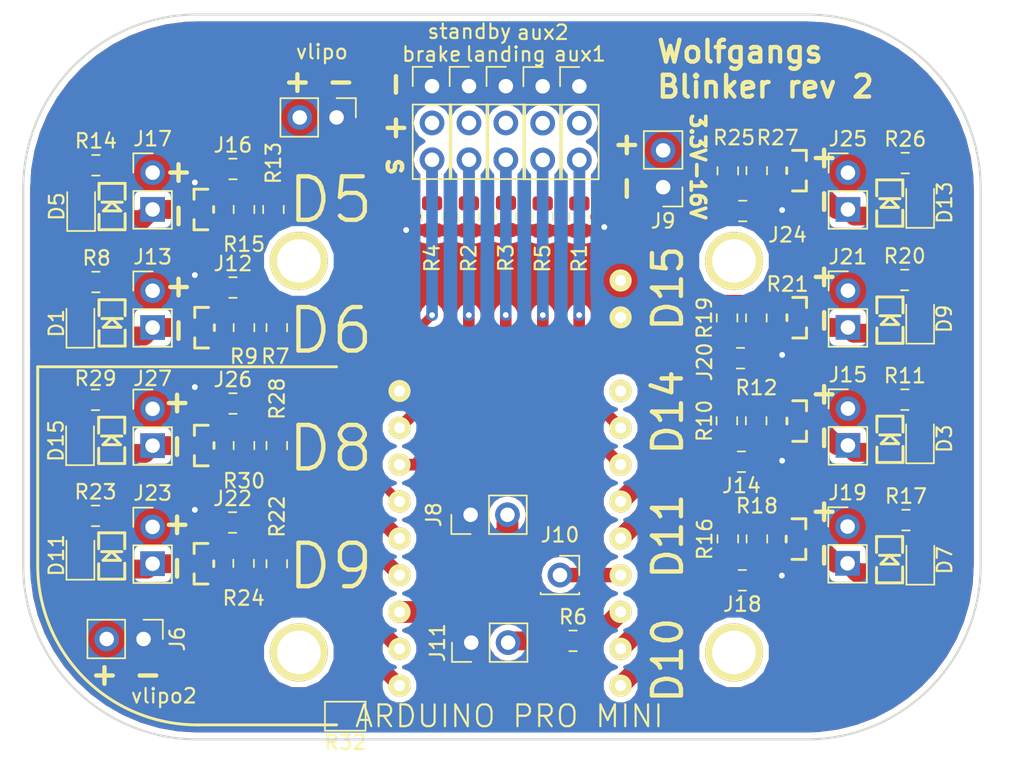
<source format=kicad_pcb>
(kicad_pcb (version 20171130) (host pcbnew 5.0.1)
  (layers (0 F.Cu signal) (31 B.Cu signal) (34 B.Paste user) (35 F.Paste user) (36 B.SilkS user) (37 F.SilkS user) (38 B.Mask user) (39 F.Mask user) (44 Edge.Cuts user))
  (net 0 "")
  (net 1 "Net-(D1-Pad2)")
  (net 2 "Net-(D1-Pad1)")
  (net 3 "Net-(D3-Pad1)")
  (net 4 "Net-(D3-Pad2)")
  (net 5 "Net-(D5-Pad1)")
  (net 6 "Net-(D5-Pad2)")
  (net 7 "Net-(D7-Pad1)")
  (net 8 "Net-(D7-Pad2)")
  (net 9 "Net-(D9-Pad2)")
  (net 10 "Net-(D10-PadA)")
  (net 11 "Net-(D11-Pad2)")
  (net 12 "Net-(D11-Pad1)")
  (net 13 "Net-(D13-Pad1)")
  (net 14 "Net-(D13-Pad2)")
  (net 15 "Net-(D15-Pad2)")
  (net 16 "Net-(D15-Pad1)")
  (net 17 GND)
  (net 18 "Net-(Q1-PadG)")
  (net 19 "Net-(Q2-PadG)")
  (net 20 "Net-(Q3-PadG)")
  (net 21 "Net-(Q4-PadG)")
  (net 22 "Net-(Q5-PadG)")
  (net 23 "Net-(Q6-PadG)")
  (net 24 "Net-(Q7-PadG)")
  (net 25 "Net-(Q8-PadG)")
  (net 26 "Net-(J1-Pad3)")
  (net 27 "Net-(J2-Pad3)")
  (net 28 D6_sig)
  (net 29 D11_sig)
  (net 30 D5_sig)
  (net 31 D10_sig)
  (net 32 D9_sig)
  (net 33 D8_sig)
  (net 34 VLiPo)
  (net 35 D14_sig)
  (net 36 D15_sig)
  (net 37 VLiPo2)
  (net 38 "Net-(J4-Pad3)")
  (net 39 "Net-(J5-Pad3)")
  (net 40 "Net-(J3-Pad3)")
  (net 41 "Net-(R6-Pad2)")
  (net 42 "Net-(J8-Pad2)")
  (net 43 "Net-(J10-Pad1)")
  (net 44 "Net-(J11-Pad2)")
  (module Connector_PinHeader_2.54mm:PinHeader_1x02_P2.54mm_Vertical (layer F.Cu) (at 94.9198 112.3442)
    (fp_text reference J23 (at 0 -2.33) (layer F.SilkS))
    (fp_text value output)
    (pad 1 thru_hole oval (at 0 0) (size 1.7 1.7) (drill 1) (layers *.Cu *.Mask) (net 37 VLiPo2))
    (pad 2 thru_hole rect (at 0 2.54) (size 1.7 1.7) (drill 1) (layers *.Cu *.Mask) (net 12 "Net-(D11-Pad1)"))
  )
  (module Connector_PinHeader_2.54mm:PinHeader_1x02_P2.54mm_Vertical (layer F.Cu) (at 142.8496 96.045866)
    (fp_text reference J21 (at 0 -2.33) (layer F.SilkS))
    (fp_text value output)
    (pad 2 thru_hole rect (at 0 2.54) (size 1.7 1.7) (drill 1) (layers *.Cu *.Mask) (net 10 "Net-(D10-PadA)"))
    (pad 1 thru_hole oval (at 0 0) (size 1.7 1.7) (drill 1) (layers *.Cu *.Mask) (net 34 VLiPo))
  )
  (module Connector_PinHeader_2.54mm:PinHeader_1x02_P2.54mm_Vertical (layer F.Cu) (at 142.8242 112.3188)
    (fp_text reference J19 (at 0 -2.33) (layer F.SilkS))
    (fp_text value output)
    (pad 1 thru_hole oval (at 0 0) (size 1.7 1.7) (drill 1) (layers *.Cu *.Mask) (net 34 VLiPo))
    (pad 2 thru_hole rect (at 0 2.54) (size 1.7 1.7) (drill 1) (layers *.Cu *.Mask) (net 7 "Net-(D7-Pad1)"))
  )
  (module Connector_PinHeader_2.54mm:PinHeader_1x02_P2.54mm_Vertical (layer F.Cu) (at 94.9198 87.906401)
    (fp_text reference J17 (at 0 -2.33) (layer F.SilkS))
    (fp_text value output)
    (pad 2 thru_hole rect (at 0 2.54) (size 1.7 1.7) (drill 1) (layers *.Cu *.Mask) (net 5 "Net-(D5-Pad1)"))
    (pad 1 thru_hole oval (at 0 0) (size 1.7 1.7) (drill 1) (layers *.Cu *.Mask) (net 34 VLiPo))
  )
  (module Connector_PinHeader_2.54mm:PinHeader_1x02_P2.54mm_Vertical (layer F.Cu) (at 142.8496 104.182332)
    (fp_text reference J15 (at 0 -2.33) (layer F.SilkS))
    (fp_text value output)
    (pad 1 thru_hole oval (at 0 0) (size 1.7 1.7) (drill 1) (layers *.Cu *.Mask) (net 34 VLiPo))
    (pad 2 thru_hole rect (at 0 2.54) (size 1.7 1.7) (drill 1) (layers *.Cu *.Mask) (net 3 "Net-(D3-Pad1)"))
  )
  (module Connector_PinHeader_2.54mm:PinHeader_1x02_P2.54mm_Vertical (layer F.Cu) (at 94.9198 96.052334)
    (fp_text reference J13 (at 0 -2.33) (layer F.SilkS))
    (fp_text value output)
    (pad 1 thru_hole oval (at 0 0) (size 1.7 1.7) (drill 1) (layers *.Cu *.Mask) (net 34 VLiPo))
    (pad 2 thru_hole rect (at 0 2.54) (size 1.7 1.7) (drill 1) (layers *.Cu *.Mask) (net 2 "Net-(D1-Pad1)"))
  )
  (module Connector_PinHeader_2.54mm:PinHeader_1x02_P2.54mm_Vertical (layer F.Cu) (at 116.88572 120.32488 90)
    (fp_text reference J11 (at 0 -2.33 90) (layer F.SilkS))
    (fp_text value buzz)
    (pad 2 thru_hole oval (at 0 2.54 90) (size 1.7 1.7) (drill 1) (layers *.Cu *.Mask) (net 44 "Net-(J11-Pad2)"))
    (pad 1 thru_hole rect (at 0 0 90) (size 1.7 1.7) (drill 1) (layers *.Cu *.Mask) (net 17 GND))
  )
  (module Connector_PinHeader_2.54mm:PinHeader_1x02_P2.54mm_Vertical (layer F.Cu) (at 142.8496 87.9094)
    (fp_text reference J25 (at 0 -2.33) (layer F.SilkS))
    (fp_text value output)
    (pad 1 thru_hole oval (at 0 0) (size 1.7 1.7) (drill 1) (layers *.Cu *.Mask) (net 34 VLiPo))
    (pad 2 thru_hole rect (at 0 2.54) (size 1.7 1.7) (drill 1) (layers *.Cu *.Mask) (net 13 "Net-(D13-Pad1)"))
  )
  (module Connector_PinHeader_2.54mm:PinHeader_1x02_P2.54mm_Vertical (layer F.Cu) (at 94.29496 120.07596 270)
    (fp_text reference J6 (at 0 -2.33 270) (layer F.SilkS))
    (fp_text value vlipo2 (at 3.92404 -1.40504) (layer F.SilkS))
    (pad 1 thru_hole rect (at 0 0 270) (size 1.7 1.7) (drill 1) (layers *.Cu *.Mask) (net 17 GND))
    (pad 2 thru_hole oval (at 0 2.54 270) (size 1.7 1.7) (drill 1) (layers *.Cu *.Mask) (net 37 VLiPo2))
  )
  (module Resistor_SMD:R_0805_2012Metric (layer F.Cu) (at 100.4316 112.0394)
    (fp_text reference J22 (at 0 -1.65) (layer F.SilkS))
    (fp_text value Conn_01x02_Female)
    (pad 1 smd roundrect (at -0.9375 0) (size 0.975 1.4) (layers F.Cu F.Paste F.Mask) (net 17 GND))
    (pad 2 smd roundrect (at 0.9375 0) (size 0.975 1.4) (layers F.Cu F.Paste F.Mask) (net 32 D9_sig))
  )
  (module Connector_PinSocket_2.54mm:PinSocket_1x01_P2.54mm_Vertical (layer F.Cu) (at 123 115.66652)
    (fp_text reference J10 (at 0 -2.77) (layer F.SilkS))
    (fp_text value DBG_PIN)
    (pad 1 thru_hole oval (at 0 0) (size 1.7 1.7) (drill 1) (layers *.Cu *.Mask) (net 43 "Net-(J10-Pad1)"))
  )
  (module Resistor_SMD:R_0805_2012Metric (layer F.Cu) (at 100.457 95.8342)
    (fp_text reference J12 (at 0 -1.65) (layer F.SilkS))
    (fp_text value Conn_01x02_Female)
    (pad 2 smd roundrect (at 0.9375 0) (size 0.975 1.4) (layers F.Cu F.Paste F.Mask) (net 28 D6_sig))
    (pad 1 smd roundrect (at -0.9375 0) (size 0.975 1.4) (layers F.Cu F.Paste F.Mask) (net 17 GND))
  )
  (module Resistor_SMD:R_0805_2012Metric (layer F.Cu) (at 135.509 107.8484 180)
    (fp_text reference J14 (at 0 -1.65 180) (layer F.SilkS))
    (fp_text value Conn_01x02_Female)
    (pad 1 smd roundrect (at -0.9375 0 180) (size 0.975 1.4) (layers F.Cu F.Paste F.Mask) (net 17 GND))
    (pad 2 smd roundrect (at 0.9375 0 180) (size 0.975 1.4) (layers F.Cu F.Paste F.Mask) (net 29 D11_sig))
  )
  (module Resistor_SMD:R_0805_2012Metric (layer F.Cu) (at 100.457 87.6554)
    (fp_text reference J16 (at 0 -1.65) (layer F.SilkS))
    (fp_text value Conn_01x02_Female)
    (pad 2 smd roundrect (at 0.9375 0) (size 0.975 1.4) (layers F.Cu F.Paste F.Mask) (net 30 D5_sig))
    (pad 1 smd roundrect (at -0.9375 0) (size 0.975 1.4) (layers F.Cu F.Paste F.Mask) (net 17 GND))
  )
  (module Resistor_SMD:R_0805_2012Metric (layer F.Cu) (at 135.5725 116.0272 180)
    (fp_text reference J18 (at 0 -1.65 180) (layer F.SilkS))
    (fp_text value Conn_01x02_Female)
    (pad 1 smd roundrect (at -0.9375 0 180) (size 0.975 1.4) (layers F.Cu F.Paste F.Mask) (net 17 GND))
    (pad 2 smd roundrect (at 0.9375 0 180) (size 0.975 1.4) (layers F.Cu F.Paste F.Mask) (net 31 D10_sig))
  )
  (module Resistor_SMD:R_0805_2012Metric (layer F.Cu) (at 135.4455 100.7077 180)
    (fp_text reference J20 (at 2.4765 -0.2573 270) (layer F.SilkS))
    (fp_text value Conn_01x02_Female)
    (pad 2 smd roundrect (at 0.9375 0 180) (size 0.975 1.4) (layers F.Cu F.Paste F.Mask) (net 35 D14_sig))
    (pad 1 smd roundrect (at -0.9375 0 180) (size 0.975 1.4) (layers F.Cu F.Paste F.Mask) (net 17 GND))
  )
  (module Resistor_SMD:R_0805_2012Metric (layer F.Cu) (at 135.5979 90.5543 180)
    (fp_text reference J24 (at -3.0861 -1.6477 180) (layer F.SilkS))
    (fp_text value Conn_01x02_Female)
    (pad 1 smd roundrect (at -0.9375 0 180) (size 0.975 1.4) (layers F.Cu F.Paste F.Mask) (net 17 GND))
    (pad 2 smd roundrect (at 0.9375 0 180) (size 0.975 1.4) (layers F.Cu F.Paste F.Mask) (net 36 D15_sig))
  )
  (module Resistor_SMD:R_0805_2012Metric (layer F.Cu) (at 100.457 103.8352)
    (fp_text reference J26 (at 0 -1.65) (layer F.SilkS))
    (fp_text value Conn_01x02_Female)
    (pad 1 smd roundrect (at -0.9375 0) (size 0.975 1.4) (layers F.Cu F.Paste F.Mask) (net 17 GND))
    (pad 2 smd roundrect (at 0.9375 0) (size 0.975 1.4) (layers F.Cu F.Paste F.Mask) (net 33 D8_sig))
  )
  (module freetronics_footprints:1pin_prototyping (layer F.Cu) (at 135 94)
    (fp_text reference 1pin_prototyping hide)
    (fp_text value val** hide)
    (pad 1 thru_hole circle (at 0 0) (size 4 4) (drill 3) (layers *.Cu *.Mask F.SilkS))
  )
  (module freetronics_footprints:1pin_prototyping (layer F.Cu) (at 105 94)
    (fp_text reference 1pin_prototyping hide)
    (fp_text value val** hide)
    (pad 1 thru_hole circle (at 0 0) (size 4 4) (drill 3) (layers *.Cu *.Mask F.SilkS))
  )
  (module freetronics_footprints:1pin_prototyping (layer F.Cu) (at 135 121)
    (fp_text reference 1pin_prototyping hide)
    (fp_text value val** hide)
    (pad 1 thru_hole circle (at 0 0) (size 4 4) (drill 3) (layers *.Cu *.Mask F.SilkS))
  )
  (module Connector_PinHeader_2.54mm:PinHeader_1x02_P2.54mm_Vertical (layer F.Cu) (at 94.9198 104.198267)
    (fp_text reference J27 (at 0 -2.090267) (layer F.SilkS))
    (fp_text value output)
    (pad 1 thru_hole oval (at 0 0) (size 1.7 1.7) (drill 1) (layers *.Cu *.Mask) (net 37 VLiPo2))
    (pad 2 thru_hole rect (at 0 2.54) (size 1.7 1.7) (drill 1) (layers *.Cu *.Mask) (net 16 "Net-(D15-Pad1)"))
  )
  (module freetronics_footprints:1pin_prototyping (layer F.Cu) (at 105 121)
    (fp_text reference 1pin_prototyping hide)
    (fp_text value val** hide)
    (pad 1 thru_hole circle (at 0 0) (size 4 4) (drill 3) (layers *.Cu *.Mask F.SilkS))
  )
  (module ArduProMiniTKB:ArduProMini-6 (layer F.Cu) (at 109.4 89)
    (fp_text reference uP1 hide)
    (fp_text value "ARDUINO PRO MINI" (at 10.1 36.4 180) (layer F.SilkS) (effects (font (size 1.5 1.5))))
    (pad 10 thru_hole circle (at 2.54 13.97) (size 1.524 1.524) (drill 0.762) (layers *.Cu *.Mask F.SilkS) (net 17 GND))
    (pad 11 thru_hole circle (at 2.54 16.51) (size 1.524 1.524) (drill 0.762) (layers *.Cu *.Mask F.SilkS) (net 38 "Net-(J4-Pad3)"))
    (pad 12 thru_hole circle (at 2.54 19.05) (size 1.524 1.524) (drill 0.762) (layers *.Cu *.Mask F.SilkS) (net 39 "Net-(J5-Pad3)"))
    (pad 13 thru_hole circle (at 2.54 21.59) (size 1.524 1.524) (drill 0.762) (layers *.Cu *.Mask F.SilkS) (net 27 "Net-(J2-Pad3)"))
    (pad 14 thru_hole circle (at 2.54 24.13) (size 1.524 1.524) (drill 0.762) (layers *.Cu *.Mask F.SilkS) (net 30 D5_sig))
    (pad 15 thru_hole circle (at 2.54 26.67) (size 1.524 1.524) (drill 0.762) (layers *.Cu *.Mask F.SilkS) (net 28 D6_sig))
    (pad 16 thru_hole circle (at 2.54 29.21) (size 1.524 1.524) (drill 0.762) (layers *.Cu *.Mask F.SilkS) (net 42 "Net-(J8-Pad2)"))
    (pad 17 thru_hole circle (at 2.54 31.75) (size 1.524 1.524) (drill 0.762) (layers *.Cu *.Mask F.SilkS) (net 33 D8_sig))
    (pad 18 thru_hole circle (at 2.54 34.29) (size 1.524 1.524) (drill 0.762) (layers *.Cu *.Mask F.SilkS) (net 32 D9_sig))
    (pad 19 thru_hole circle (at 17.78 6.35) (size 1.524 1.524) (drill 0.762) (layers *.Cu *.Mask F.SilkS) (net 34 VLiPo))
    (pad 20 thru_hole circle (at 17.78 8.89) (size 1.524 1.524) (drill 0.762) (layers *.Cu *.Mask F.SilkS) (net 17 GND))
    (pad 22 thru_hole circle (at 17.78 13.97) (size 1.524 1.524) (drill 0.762) (layers *.Cu *.Mask F.SilkS))
    (pad 23 thru_hole circle (at 17.78 16.51) (size 1.524 1.524) (drill 0.762) (layers *.Cu *.Mask F.SilkS) (net 26 "Net-(J1-Pad3)"))
    (pad 24 thru_hole circle (at 17.78 19.05) (size 1.524 1.524) (drill 0.762) (layers *.Cu *.Mask F.SilkS) (net 40 "Net-(J3-Pad3)"))
    (pad 25 thru_hole circle (at 17.78 21.59) (size 1.524 1.524) (drill 0.762) (layers *.Cu *.Mask F.SilkS) (net 36 D15_sig))
    (pad 26 thru_hole circle (at 17.78 24.13) (size 1.524 1.524) (drill 0.762) (layers *.Cu *.Mask F.SilkS) (net 35 D14_sig))
    (pad 27 thru_hole circle (at 17.78 26.67) (size 1.524 1.524) (drill 0.762) (layers *.Cu *.Mask F.SilkS) (net 43 "Net-(J10-Pad1)"))
    (pad 28 thru_hole circle (at 17.78 29.21) (size 1.524 1.524) (drill 0.762) (layers *.Cu *.Mask F.SilkS) (net 41 "Net-(R6-Pad2)"))
    (pad 29 thru_hole circle (at 17.78 31.75) (size 1.524 1.524) (drill 0.762) (layers *.Cu *.Mask F.SilkS) (net 29 D11_sig))
    (pad 30 thru_hole circle (at 17.78 34.29) (size 1.524 1.524) (drill 0.762) (layers *.Cu *.Mask F.SilkS) (net 31 D10_sig))
  )
  (module LED_SMD:LED_0805_2012Metric (layer F.Cu) (at 89.9414 98.298 90)
    (fp_text reference D1 (at 0 -1.65 90) (layer F.SilkS))
    (fp_text value LED)
    (pad 1 smd roundrect (at -0.9375 0 90) (size 0.975 1.4) (layers F.Cu F.Paste F.Mask) (net 2 "Net-(D1-Pad1)"))
    (pad 2 smd roundrect (at 0.9375 0 90) (size 0.975 1.4) (layers F.Cu F.Paste F.Mask) (net 1 "Net-(D1-Pad2)"))
  )
  (module freetronics_footprints:LED-0805 (layer F.Cu) (at 92.1258 98.2726 90)
    (fp_text reference D2)
    (fp_text value DIODE)
    (pad A smd rect (at -0.89916 0 90) (size 0.79756 1.19888) (layers F.Cu F.Paste F.Mask) (net 2 "Net-(D1-Pad1)"))
    (pad K smd rect (at 0.89916 0 90) (size 0.79756 1.19888) (layers F.Cu F.Paste F.Mask) (net 34 VLiPo))
  )
  (module LED_SMD:LED_0805_2012Metric (layer F.Cu) (at 147.8153 106.2713 90)
    (fp_text reference D3 (at 0.0104 1.6891 90) (layer F.SilkS))
    (fp_text value LED)
    (pad 1 smd roundrect (at -0.9375 0 90) (size 0.975 1.4) (layers F.Cu F.Paste F.Mask) (net 3 "Net-(D3-Pad1)"))
    (pad 2 smd roundrect (at 0.9375 0 90) (size 0.975 1.4) (layers F.Cu F.Paste F.Mask) (net 4 "Net-(D3-Pad2)"))
  )
  (module freetronics_footprints:LED-0805 (layer F.Cu) (at 145.7452 106.30154 90)
    (fp_text reference D4)
    (fp_text value DIODE)
    (pad A smd rect (at -0.89916 0 90) (size 0.79756 1.19888) (layers F.Cu F.Paste F.Mask) (net 3 "Net-(D3-Pad1)"))
    (pad K smd rect (at 0.89916 0 90) (size 0.79756 1.19888) (layers F.Cu F.Paste F.Mask) (net 34 VLiPo))
  )
  (module LED_SMD:LED_0805_2012Metric (layer F.Cu) (at 89.9922 90.2462 90)
    (fp_text reference D5 (at 0 -1.6764 270) (layer F.SilkS))
    (fp_text value LED)
    (pad 2 smd roundrect (at 0.9375 0 90) (size 0.975 1.4) (layers F.Cu F.Paste F.Mask) (net 6 "Net-(D5-Pad2)"))
    (pad 1 smd roundrect (at -0.9375 0 90) (size 0.975 1.4) (layers F.Cu F.Paste F.Mask) (net 5 "Net-(D5-Pad1)"))
  )
  (module freetronics_footprints:LED-0805 (layer F.Cu) (at 92.1258 90.2462 90)
    (fp_text reference D6)
    (fp_text value DIODE)
    (pad K smd rect (at 0.89916 0 90) (size 0.79756 1.19888) (layers F.Cu F.Paste F.Mask) (net 34 VLiPo))
    (pad A smd rect (at -0.89916 0 90) (size 0.79756 1.19888) (layers F.Cu F.Paste F.Mask) (net 5 "Net-(D5-Pad1)"))
  )
  (module LED_SMD:LED_0805_2012Metric (layer F.Cu) (at 147.8407 114.6429 90)
    (fp_text reference D7 (at 0.00254 1.67894 90) (layer F.SilkS))
    (fp_text value LED)
    (pad 2 smd roundrect (at 0.9375 0 90) (size 0.975 1.4) (layers F.Cu F.Paste F.Mask) (net 8 "Net-(D7-Pad2)"))
    (pad 1 smd roundrect (at -0.9375 0 90) (size 0.975 1.4) (layers F.Cu F.Paste F.Mask) (net 7 "Net-(D7-Pad1)"))
  )
  (module freetronics_footprints:LED-0805 (layer F.Cu) (at 145.7198 114.6048 90)
    (fp_text reference D8)
    (fp_text value DIODE)
    (pad K smd rect (at 0.89916 0 90) (size 0.79756 1.19888) (layers F.Cu F.Paste F.Mask) (net 34 VLiPo))
    (pad A smd rect (at -0.89916 0 90) (size 0.79756 1.19888) (layers F.Cu F.Paste F.Mask) (net 7 "Net-(D7-Pad1)"))
  )
  (module LED_SMD:LED_0805_2012Metric (layer F.Cu) (at 147.828 98.0186 90)
    (fp_text reference D9 (at 0.0254 1.6637 90) (layer F.SilkS))
    (fp_text value LED)
    (pad 2 smd roundrect (at 0.9375 0 90) (size 0.975 1.4) (layers F.Cu F.Paste F.Mask) (net 9 "Net-(D9-Pad2)"))
    (pad 1 smd roundrect (at -0.9375 0 90) (size 0.975 1.4) (layers F.Cu F.Paste F.Mask) (net 10 "Net-(D10-PadA)"))
  )
  (module freetronics_footprints:LED-0805 (layer F.Cu) (at 145.7452 98.0821 90)
    (fp_text reference D10)
    (fp_text value DIODE)
    (pad A smd rect (at -0.89916 0 90) (size 0.79756 1.19888) (layers F.Cu F.Paste F.Mask) (net 10 "Net-(D10-PadA)"))
    (pad K smd rect (at 0.89916 0 90) (size 0.79756 1.19888) (layers F.Cu F.Paste F.Mask) (net 34 VLiPo))
  )
  (module LED_SMD:LED_0805_2012Metric (layer F.Cu) (at 89.9414 114.3 90)
    (fp_text reference D11 (at 0 -1.65 90) (layer F.SilkS))
    (fp_text value LED)
    (pad 1 smd roundrect (at -0.9375 0 90) (size 0.975 1.4) (layers F.Cu F.Paste F.Mask) (net 12 "Net-(D11-Pad1)"))
    (pad 2 smd roundrect (at 0.9375 0 90) (size 0.975 1.4) (layers F.Cu F.Paste F.Mask) (net 11 "Net-(D11-Pad2)"))
  )
  (module freetronics_footprints:LED-0805 (layer F.Cu) (at 92.1004 114.3508 90)
    (fp_text reference D12)
    (fp_text value DIODE)
    (pad K smd rect (at 0.89916 0 90) (size 0.79756 1.19888) (layers F.Cu F.Paste F.Mask) (net 37 VLiPo2))
    (pad A smd rect (at -0.89916 0 90) (size 0.79756 1.19888) (layers F.Cu F.Paste F.Mask) (net 12 "Net-(D11-Pad1)"))
  )
  (module LED_SMD:LED_0805_2012Metric (layer F.Cu) (at 147.828 90.0303 90)
    (fp_text reference D13 (at 0.0508 1.6891 90) (layer F.SilkS))
    (fp_text value LED)
    (pad 2 smd roundrect (at 0.9375 0 90) (size 0.975 1.4) (layers F.Cu F.Paste F.Mask) (net 14 "Net-(D13-Pad2)"))
    (pad 1 smd roundrect (at -0.9375 0 90) (size 0.975 1.4) (layers F.Cu F.Paste F.Mask) (net 13 "Net-(D13-Pad1)"))
  )
  (module freetronics_footprints:LED-0805 (layer F.Cu) (at 145.7325 90.0049 90)
    (fp_text reference D14)
    (fp_text value DIODE)
    (pad A smd rect (at -0.89916 0 90) (size 0.79756 1.19888) (layers F.Cu F.Paste F.Mask) (net 13 "Net-(D13-Pad1)"))
    (pad K smd rect (at 0.89916 0 90) (size 0.79756 1.19888) (layers F.Cu F.Paste F.Mask) (net 34 VLiPo))
  )
  (module LED_SMD:LED_0805_2012Metric (layer F.Cu) (at 89.916 106.4006 90)
    (fp_text reference D15 (at 0 -1.65 90) (layer F.SilkS))
    (fp_text value LED)
    (pad 1 smd roundrect (at -0.9375 0 90) (size 0.975 1.4) (layers F.Cu F.Paste F.Mask) (net 16 "Net-(D15-Pad1)"))
    (pad 2 smd roundrect (at 0.9375 0 90) (size 0.975 1.4) (layers F.Cu F.Paste F.Mask) (net 15 "Net-(D15-Pad2)"))
  )
  (module freetronics_footprints:LED-0805 (layer F.Cu) (at 92.1004 106.3752 90)
    (fp_text reference D16)
    (fp_text value DIODE)
    (pad K smd rect (at 0.89916 0 90) (size 0.79756 1.19888) (layers F.Cu F.Paste F.Mask) (net 37 VLiPo2))
    (pad A smd rect (at -0.89916 0 90) (size 0.79756 1.19888) (layers F.Cu F.Paste F.Mask) (net 16 "Net-(D15-Pad1)"))
  )
  (module Connector_PinHeader_2.54mm:PinHeader_1x03_P2.54mm_Vertical (layer F.Cu) (at 124.33554 81.9531)
    (fp_text reference J1 hide)
    (fp_text value aux1 (at 0.03302 -2.22758 180) (layer F.SilkS))
    (pad 3 thru_hole oval (at 0 5.08) (size 1.7 1.7) (drill 1) (layers *.Cu *.Mask) (net 26 "Net-(J1-Pad3)"))
    (pad 2 thru_hole oval (at 0 2.54) (size 1.7 1.7) (drill 1) (layers *.Cu *.Mask))
    (pad 1 thru_hole rect (at 0 0) (size 1.7 1.7) (drill 1) (layers *.Cu *.Mask) (net 17 GND))
  )
  (module Connector_PinHeader_2.54mm:PinHeader_1x03_P2.54mm_Vertical (layer F.Cu) (at 114.180241 81.940601)
    (fp_text reference J2 hide)
    (fp_text value brake (at -0.017401 -2.199841 180) (layer F.SilkS))
    (pad 1 thru_hole rect (at 0 0) (size 1.7 1.7) (drill 1) (layers *.Cu *.Mask) (net 17 GND))
    (pad 2 thru_hole oval (at 0 2.54) (size 1.7 1.7) (drill 1) (layers *.Cu *.Mask))
    (pad 3 thru_hole oval (at 0 5.08) (size 1.7 1.7) (drill 1) (layers *.Cu *.Mask) (net 27 "Net-(J2-Pad3)"))
  )
  (module Connector_PinHeader_2.54mm:PinHeader_1x03_P2.54mm_Vertical (layer F.Cu) (at 121.80824 81.9531)
    (fp_text reference J3 hide)
    (fp_text value aux2 (at 0.00508 -3.7211 180) (layer F.SilkS))
    (pad 1 thru_hole rect (at 0 0) (size 1.7 1.7) (drill 1) (layers *.Cu *.Mask) (net 17 GND))
    (pad 2 thru_hole oval (at 0 2.54) (size 1.7 1.7) (drill 1) (layers *.Cu *.Mask))
    (pad 3 thru_hole oval (at 0 5.08) (size 1.7 1.7) (drill 1) (layers *.Cu *.Mask) (net 40 "Net-(J3-Pad3)"))
  )
  (module Connector_PinHeader_2.54mm:PinHeader_1x03_P2.54mm_Vertical (layer F.Cu) (at 116.72824 81.940601)
    (fp_text reference J4 hide)
    (fp_text value standby (at 0.0254 -3.774641 180) (layer F.SilkS))
    (pad 1 thru_hole rect (at 0 0) (size 1.7 1.7) (drill 1) (layers *.Cu *.Mask) (net 17 GND))
    (pad 2 thru_hole oval (at 0 2.54) (size 1.7 1.7) (drill 1) (layers *.Cu *.Mask))
    (pad 3 thru_hole oval (at 0 5.08) (size 1.7 1.7) (drill 1) (layers *.Cu *.Mask) (net 38 "Net-(J4-Pad3)"))
  )
  (module Connector_PinHeader_2.54mm:PinHeader_1x03_P2.54mm_Vertical (layer F.Cu) (at 119.26824 81.940601)
    (fp_text reference J5 hide)
    (fp_text value landing (at -0.01016 -2.199841 180) (layer F.SilkS))
    (pad 3 thru_hole oval (at 0 5.08) (size 1.7 1.7) (drill 1) (layers *.Cu *.Mask) (net 39 "Net-(J5-Pad3)"))
    (pad 2 thru_hole oval (at 0 2.54) (size 1.7 1.7) (drill 1) (layers *.Cu *.Mask))
    (pad 1 thru_hole rect (at 0 0) (size 1.7 1.7) (drill 1) (layers *.Cu *.Mask) (net 17 GND))
  )
  (module Connector_PinHeader_2.54mm:PinHeader_1x02_P2.54mm_Vertical (layer F.Cu) (at 130.1115 88.9127 180)
    (fp_text reference J9 (at 0 -2.33 180) (layer F.SilkS))
    (fp_text value power)
    (pad 2 thru_hole oval (at 0 2.54 180) (size 1.7 1.7) (drill 1) (layers *.Cu *.Mask) (net 34 VLiPo))
    (pad 1 thru_hole rect (at 0 0 180) (size 1.7 1.7) (drill 1) (layers *.Cu *.Mask) (net 17 GND))
  )
  (module Connector_PinHeader_2.54mm:PinHeader_1x02_P2.54mm_Vertical (layer F.Cu) (at 107.6 84.1 270)
    (fp_text reference J7 hide)
    (fp_text value vlipo (at -4.52628 1.01092) (layer F.SilkS))
    (pad 2 thru_hole oval (at 0 2.54 270) (size 1.7 1.7) (drill 1) (layers *.Cu *.Mask) (net 34 VLiPo))
    (pad 1 thru_hole rect (at 0 0 270) (size 1.7 1.7) (drill 1) (layers *.Cu *.Mask) (net 17 GND))
  )
  (module freetronics_footprints:SOT23_FET (layer F.Cu) (at 98.5266 98.6028 90)
    (fp_text reference Q1)
    (fp_text value MOSFET_N hide)
    (pad S smd rect (at 0.94996 1.00076 90) (size 0.8001 0.89916) (layers F.Cu F.Paste F.Mask) (net 17 GND))
    (pad G smd rect (at -0.94996 1.00076 90) (size 0.8001 0.89916) (layers F.Cu F.Paste F.Mask) (net 18 "Net-(Q1-PadG)"))
    (pad D smd rect (at 0 -1.09982 90) (size 0.8001 0.89916) (layers F.Cu F.Paste F.Mask) (net 2 "Net-(D1-Pad1)"))
  )
  (module freetronics_footprints:SOT23_FET (layer F.Cu) (at 139.2936 105.0417 270)
    (fp_text reference Q2)
    (fp_text value MOSFET_N hide)
    (pad D smd rect (at 0 -1.09982 270) (size 0.8001 0.89916) (layers F.Cu F.Paste F.Mask) (net 3 "Net-(D3-Pad1)"))
    (pad G smd rect (at -0.94996 1.00076 270) (size 0.8001 0.89916) (layers F.Cu F.Paste F.Mask) (net 19 "Net-(Q2-PadG)"))
    (pad S smd rect (at 0.94996 1.00076 270) (size 0.8001 0.89916) (layers F.Cu F.Paste F.Mask) (net 17 GND))
  )
  (module freetronics_footprints:SOT23_FET (layer F.Cu) (at 98.4758 90.4494 90)
    (fp_text reference Q3)
    (fp_text value MOSFET_N hide)
    (pad D smd rect (at 0 -1.09982 90) (size 0.8001 0.89916) (layers F.Cu F.Paste F.Mask) (net 5 "Net-(D5-Pad1)"))
    (pad G smd rect (at -0.94996 1.00076 90) (size 0.8001 0.89916) (layers F.Cu F.Paste F.Mask) (net 20 "Net-(Q3-PadG)"))
    (pad S smd rect (at 0.94996 1.00076 90) (size 0.8001 0.89916) (layers F.Cu F.Paste F.Mask) (net 17 GND))
  )
  (module freetronics_footprints:SOT23_FET (layer F.Cu) (at 139.2428 113.1824 270)
    (fp_text reference Q4)
    (fp_text value MOSFET_N hide)
    (pad S smd rect (at 0.94996 1.00076 270) (size 0.8001 0.89916) (layers F.Cu F.Paste F.Mask) (net 17 GND))
    (pad G smd rect (at -0.94996 1.00076 270) (size 0.8001 0.89916) (layers F.Cu F.Paste F.Mask) (net 21 "Net-(Q4-PadG)"))
    (pad D smd rect (at 0 -1.09982 270) (size 0.8001 0.89916) (layers F.Cu F.Paste F.Mask) (net 7 "Net-(D7-Pad1)"))
  )
  (module freetronics_footprints:SOT23_FET (layer F.Cu) (at 139.2936 97.9137 270)
    (fp_text reference Q5)
    (fp_text value MOSFET_N hide)
    (pad D smd rect (at 0 -1.09982 270) (size 0.8001 0.89916) (layers F.Cu F.Paste F.Mask) (net 10 "Net-(D10-PadA)"))
    (pad G smd rect (at -0.94996 1.00076 270) (size 0.8001 0.89916) (layers F.Cu F.Paste F.Mask) (net 22 "Net-(Q5-PadG)"))
    (pad S smd rect (at 0.94996 1.00076 270) (size 0.8001 0.89916) (layers F.Cu F.Paste F.Mask) (net 17 GND))
  )
  (module freetronics_footprints:SOT23_FET (layer F.Cu) (at 98.48342 114.8842 90)
    (fp_text reference Q6)
    (fp_text value MOSFET_N hide)
    (pad S smd rect (at 0.94996 1.00076 90) (size 0.8001 0.89916) (layers F.Cu F.Paste F.Mask) (net 17 GND))
    (pad G smd rect (at -0.94996 1.00076 90) (size 0.8001 0.89916) (layers F.Cu F.Paste F.Mask) (net 23 "Net-(Q6-PadG)"))
    (pad D smd rect (at 0 -1.09982 90) (size 0.8001 0.89916) (layers F.Cu F.Paste F.Mask) (net 12 "Net-(D11-Pad1)"))
  )
  (module freetronics_footprints:SOT23_FET (layer F.Cu) (at 139.2809 87.773 270)
    (fp_text reference Q7)
    (fp_text value MOSFET_N hide)
    (pad D smd rect (at 0 -1.09982 270) (size 0.8001 0.89916) (layers F.Cu F.Paste F.Mask) (net 13 "Net-(D13-Pad1)"))
    (pad G smd rect (at -0.94996 1.00076 270) (size 0.8001 0.89916) (layers F.Cu F.Paste F.Mask) (net 24 "Net-(Q7-PadG)"))
    (pad S smd rect (at 0.94996 1.00076 270) (size 0.8001 0.89916) (layers F.Cu F.Paste F.Mask) (net 17 GND))
  )
  (module freetronics_footprints:SOT23_FET (layer F.Cu) (at 98.5012 106.7308 90)
    (fp_text reference Q8)
    (fp_text value MOSFET_N hide)
    (pad S smd rect (at 0.94996 1.00076 90) (size 0.8001 0.89916) (layers F.Cu F.Paste F.Mask) (net 17 GND))
    (pad G smd rect (at -0.94996 1.00076 90) (size 0.8001 0.89916) (layers F.Cu F.Paste F.Mask) (net 25 "Net-(Q8-PadG)"))
    (pad D smd rect (at 0 -1.09982 90) (size 0.8001 0.89916) (layers F.Cu F.Paste F.Mask) (net 16 "Net-(D15-Pad1)"))
  )
  (module Resistor_SMD:R_0805_2012Metric (layer F.Cu) (at 124.33554 90.9701 270)
    (fp_text reference R1 (at 2.8575 0.001 270) (layer F.SilkS))
    (fp_text value R)
    (pad 1 smd roundrect (at -0.9375 0 270) (size 0.975 1.4) (layers F.Cu F.Paste F.Mask) (net 26 "Net-(J1-Pad3)"))
    (pad 2 smd roundrect (at 0.9375 0 270) (size 0.975 1.4) (layers F.Cu F.Paste F.Mask) (net 17 GND))
  )
  (module Resistor_SMD:R_0805_2012Metric (layer F.Cu) (at 116.72316 90.9574 270)
    (fp_text reference R2 (at 2.8575 0.001 270) (layer F.SilkS))
    (fp_text value R)
    (pad 2 smd roundrect (at 0.9375 0 270) (size 0.975 1.4) (layers F.Cu F.Paste F.Mask) (net 17 GND))
    (pad 1 smd roundrect (at -0.9375 0 270) (size 0.975 1.4) (layers F.Cu F.Paste F.Mask) (net 38 "Net-(J4-Pad3)"))
  )
  (module Resistor_SMD:R_0805_2012Metric (layer F.Cu) (at 119.2784 90.932 270)
    (fp_text reference R3 (at 2.8575 0.001 270) (layer F.SilkS))
    (fp_text value R)
    (pad 2 smd roundrect (at 0.9375 0 270) (size 0.975 1.4) (layers F.Cu F.Paste F.Mask) (net 17 GND))
    (pad 1 smd roundrect (at -0.9375 0 270) (size 0.975 1.4) (layers F.Cu F.Paste F.Mask) (net 39 "Net-(J5-Pad3)"))
  )
  (module Resistor_SMD:R_0805_2012Metric (layer F.Cu) (at 114.18824 90.9551 270)
    (fp_text reference R4 (at 2.8575 0.001 270) (layer F.SilkS))
    (fp_text value R)
    (pad 2 smd roundrect (at 0.9375 0 270) (size 0.975 1.4) (layers F.Cu F.Paste F.Mask) (net 17 GND))
    (pad 1 smd roundrect (at -0.9375 0 270) (size 0.975 1.4) (layers F.Cu F.Paste F.Mask) (net 27 "Net-(J2-Pad3)"))
  )
  (module Resistor_SMD:R_0805_2012Metric (layer F.Cu) (at 121.80824 90.9701 270)
    (fp_text reference R5 (at 2.8575 0.001 270) (layer F.SilkS))
    (fp_text value R)
    (pad 1 smd roundrect (at -0.9375 0 270) (size 0.975 1.4) (layers F.Cu F.Paste F.Mask) (net 40 "Net-(J3-Pad3)"))
    (pad 2 smd roundrect (at 0.9375 0 270) (size 0.975 1.4) (layers F.Cu F.Paste F.Mask) (net 17 GND))
  )
  (module Resistor_SMD:R_0805_2012Metric (layer F.Cu) (at 123.9012 120.20296)
    (fp_text reference R6 (at 0 -1.65) (layer F.SilkS))
    (fp_text value 100)
    (pad 1 smd roundrect (at -0.9375 0) (size 0.975 1.4) (layers F.Cu F.Paste F.Mask) (net 44 "Net-(J11-Pad2)"))
    (pad 2 smd roundrect (at 0.9375 0) (size 0.975 1.4) (layers F.Cu F.Paste F.Mask) (net 41 "Net-(R6-Pad2)"))
  )
  (module Resistor_SMD:R_0805_2012Metric (layer F.Cu) (at 103.4796 98.6028 90)
    (fp_text reference R7 (at -1.9812 -0.1016 180) (layer F.SilkS))
    (fp_text value 1k)
    (pad 2 smd roundrect (at 0.9375 0 90) (size 0.975 1.4) (layers F.Cu F.Paste F.Mask) (net 28 D6_sig))
    (pad 1 smd roundrect (at -0.9375 0 90) (size 0.975 1.4) (layers F.Cu F.Paste F.Mask) (net 18 "Net-(Q1-PadG)"))
  )
  (module Resistor_SMD:R_0805_2012Metric (layer F.Cu) (at 91.0105 95.4532 180)
    (fp_text reference R8 (at -0.0485 1.651 180) (layer F.SilkS))
    (fp_text value 500)
    (pad 1 smd roundrect (at -0.9375 0 180) (size 0.975 1.4) (layers F.Cu F.Paste F.Mask) (net 34 VLiPo))
    (pad 2 smd roundrect (at 0.9375 0 180) (size 0.975 1.4) (layers F.Cu F.Paste F.Mask) (net 1 "Net-(D1-Pad2)"))
  )
  (module Resistor_SMD:R_0805_2012Metric (layer F.Cu) (at 101.219 98.6028 270)
    (fp_text reference R9 (at 1.9812 0) (layer F.SilkS))
    (fp_text value 100k)
    (pad 1 smd roundrect (at -0.9375 0 270) (size 0.975 1.4) (layers F.Cu F.Paste F.Mask) (net 17 GND))
    (pad 2 smd roundrect (at 0.9375 0 270) (size 0.975 1.4) (layers F.Cu F.Paste F.Mask) (net 18 "Net-(Q1-PadG)"))
  )
  (module Resistor_SMD:R_0805_2012Metric (layer F.Cu) (at 134.5057 105.029 270)
    (fp_text reference R10 (at 0 1.5494 270) (layer F.SilkS))
    (fp_text value 1k)
    (pad 1 smd roundrect (at -0.9375 0 270) (size 0.975 1.4) (layers F.Cu F.Paste F.Mask) (net 19 "Net-(Q2-PadG)"))
    (pad 2 smd roundrect (at 0.9375 0 270) (size 0.975 1.4) (layers F.Cu F.Paste F.Mask) (net 29 D11_sig))
  )
  (module Resistor_SMD:R_0805_2012Metric (layer F.Cu) (at 146.7739 103.5685)
    (fp_text reference R11 (at 0 -1.65) (layer F.SilkS))
    (fp_text value 500)
    (pad 1 smd roundrect (at -0.9375 0) (size 0.975 1.4) (layers F.Cu F.Paste F.Mask) (net 34 VLiPo))
    (pad 2 smd roundrect (at 0.9375 0) (size 0.975 1.4) (layers F.Cu F.Paste F.Mask) (net 4 "Net-(D3-Pad2)"))
  )
  (module Resistor_SMD:R_0805_2012Metric (layer F.Cu) (at 136.525 105.029 90)
    (fp_text reference R12 (at 2.286 0.0127 180) (layer F.SilkS))
    (fp_text value 100k)
    (pad 2 smd roundrect (at 0.9375 0 90) (size 0.975 1.4) (layers F.Cu F.Paste F.Mask) (net 19 "Net-(Q2-PadG)"))
    (pad 1 smd roundrect (at -0.9375 0 90) (size 0.975 1.4) (layers F.Cu F.Paste F.Mask) (net 17 GND))
  )
  (module Resistor_SMD:R_0805_2012Metric (layer F.Cu) (at 103.25 90.4494 90)
    (fp_text reference R13 (at 3.2004 0.001 90) (layer F.SilkS))
    (fp_text value 1k)
    (pad 2 smd roundrect (at 0.9375 0 90) (size 0.975 1.4) (layers F.Cu F.Paste F.Mask) (net 30 D5_sig))
    (pad 1 smd roundrect (at -0.9375 0 90) (size 0.975 1.4) (layers F.Cu F.Paste F.Mask) (net 20 "Net-(Q3-PadG)"))
  )
  (module Resistor_SMD:R_0805_2012Metric (layer F.Cu) (at 91.0082 87.4014 180)
    (fp_text reference R14 (at 0 1.6764) (layer F.SilkS))
    (fp_text value 500)
    (pad 2 smd roundrect (at 0.9375 0 180) (size 0.975 1.4) (layers F.Cu F.Paste F.Mask) (net 6 "Net-(D5-Pad2)"))
    (pad 1 smd roundrect (at -0.9375 0 180) (size 0.975 1.4) (layers F.Cu F.Paste F.Mask) (net 34 VLiPo))
  )
  (module Resistor_SMD:R_0805_2012Metric (layer F.Cu) (at 101.219 90.4494 270)
    (fp_text reference R15 (at 2.4003 0) (layer F.SilkS))
    (fp_text value 100k)
    (pad 2 smd roundrect (at 0.9375 0 270) (size 0.975 1.4) (layers F.Cu F.Paste F.Mask) (net 20 "Net-(Q3-PadG)"))
    (pad 1 smd roundrect (at -0.9375 0 270) (size 0.975 1.4) (layers F.Cu F.Paste F.Mask) (net 17 GND))
  )
  (module Resistor_SMD:R_0805_2012Metric (layer F.Cu) (at 134.5692 113.1697 270)
    (fp_text reference R16 (at 0.0127 1.5875 270) (layer F.SilkS))
    (fp_text value 1k)
    (pad 2 smd roundrect (at 0.9375 0 270) (size 0.975 1.4) (layers F.Cu F.Paste F.Mask) (net 31 D10_sig))
    (pad 1 smd roundrect (at -0.9375 0 270) (size 0.975 1.4) (layers F.Cu F.Paste F.Mask) (net 21 "Net-(Q4-PadG)"))
  )
  (module Resistor_SMD:R_0805_2012Metric (layer F.Cu) (at 146.8501 111.8743)
    (fp_text reference R17 (at 0 -1.65) (layer F.SilkS))
    (fp_text value 500)
    (pad 2 smd roundrect (at 0.9375 0) (size 0.975 1.4) (layers F.Cu F.Paste F.Mask) (net 8 "Net-(D7-Pad2)"))
    (pad 1 smd roundrect (at -0.9375 0) (size 0.975 1.4) (layers F.Cu F.Paste F.Mask) (net 34 VLiPo))
  )
  (module Resistor_SMD:R_0805_2012Metric (layer F.Cu) (at 136.5758 113.1697 90)
    (fp_text reference R18 (at 2.2733 0 180) (layer F.SilkS))
    (fp_text value 100k)
    (pad 2 smd roundrect (at 0.9375 0 90) (size 0.975 1.4) (layers F.Cu F.Paste F.Mask) (net 21 "Net-(Q4-PadG)"))
    (pad 1 smd roundrect (at -0.9375 0 90) (size 0.975 1.4) (layers F.Cu F.Paste F.Mask) (net 17 GND))
  )
  (module Resistor_SMD:R_0805_2012Metric (layer F.Cu) (at 134.5184 97.9264 270)
    (fp_text reference R19 (at 0 1.5621 270) (layer F.SilkS))
    (fp_text value 1k)
    (pad 2 smd roundrect (at 0.9375 0 270) (size 0.975 1.4) (layers F.Cu F.Paste F.Mask) (net 35 D14_sig))
    (pad 1 smd roundrect (at -0.9375 0 270) (size 0.975 1.4) (layers F.Cu F.Paste F.Mask) (net 22 "Net-(Q5-PadG)"))
  )
  (module Resistor_SMD:R_0805_2012Metric (layer F.Cu) (at 146.7612 95.3135)
    (fp_text reference R20 (at 0 -1.65) (layer F.SilkS))
    (fp_text value 500)
    (pad 2 smd roundrect (at 0.9375 0) (size 0.975 1.4) (layers F.Cu F.Paste F.Mask) (net 9 "Net-(D9-Pad2)"))
    (pad 1 smd roundrect (at -0.9375 0) (size 0.975 1.4) (layers F.Cu F.Paste F.Mask) (net 34 VLiPo))
  )
  (module Resistor_SMD:R_0805_2012Metric (layer F.Cu) (at 136.5377 97.9264 90)
    (fp_text reference R21 (at 2.3241 2.1463 180) (layer F.SilkS))
    (fp_text value 100k)
    (pad 2 smd roundrect (at 0.9375 0 90) (size 0.975 1.4) (layers F.Cu F.Paste F.Mask) (net 22 "Net-(Q5-PadG)"))
    (pad 1 smd roundrect (at -0.9375 0 90) (size 0.975 1.4) (layers F.Cu F.Paste F.Mask) (net 17 GND))
  )
  (module Resistor_SMD:R_0805_2012Metric (layer F.Cu) (at 103.4796 114.8842 90)
    (fp_text reference R22 (at 3.2512 0.0254 90) (layer F.SilkS))
    (fp_text value 1k)
    (pad 1 smd roundrect (at -0.9375 0 90) (size 0.975 1.4) (layers F.Cu F.Paste F.Mask) (net 23 "Net-(Q6-PadG)"))
    (pad 2 smd roundrect (at 0.9375 0 90) (size 0.975 1.4) (layers F.Cu F.Paste F.Mask) (net 32 D9_sig))
  )
  (module Resistor_SMD:R_0805_2012Metric (layer F.Cu) (at 90.9828 111.5822 180)
    (fp_text reference R23 (at 0 1.651 180) (layer F.SilkS))
    (fp_text value 500)
    (pad 2 smd roundrect (at 0.9375 0 180) (size 0.975 1.4) (layers F.Cu F.Paste F.Mask) (net 11 "Net-(D11-Pad2)"))
    (pad 1 smd roundrect (at -0.9375 0 180) (size 0.975 1.4) (layers F.Cu F.Paste F.Mask) (net 37 VLiPo2))
  )
  (module Resistor_SMD:R_0805_2012Metric (layer F.Cu) (at 101.1936 114.8588 270)
    (fp_text reference R24 (at 2.4003 0) (layer F.SilkS))
    (fp_text value 100k)
    (pad 2 smd roundrect (at 0.9375 0 270) (size 0.975 1.4) (layers F.Cu F.Paste F.Mask) (net 23 "Net-(Q6-PadG)"))
    (pad 1 smd roundrect (at -0.9375 0 270) (size 0.975 1.4) (layers F.Cu F.Paste F.Mask) (net 17 GND))
  )
  (module Resistor_SMD:R_0805_2012Metric (layer F.Cu) (at 134.5692 87.7857 270)
    (fp_text reference R25 (at -2.2857 -0.4308) (layer F.SilkS))
    (fp_text value 1k)
    (pad 1 smd roundrect (at -0.9375 0 270) (size 0.975 1.4) (layers F.Cu F.Paste F.Mask) (net 24 "Net-(Q7-PadG)"))
    (pad 2 smd roundrect (at 0.9375 0 270) (size 0.975 1.4) (layers F.Cu F.Paste F.Mask) (net 36 D15_sig))
  )
  (module Resistor_SMD:R_0805_2012Metric (layer F.Cu) (at 146.7993 87.249)
    (fp_text reference R26 (at 0 -1.65) (layer F.SilkS))
    (fp_text value 500)
    (pad 1 smd roundrect (at -0.9375 0) (size 0.975 1.4) (layers F.Cu F.Paste F.Mask) (net 34 VLiPo))
    (pad 2 smd roundrect (at 0.9375 0) (size 0.975 1.4) (layers F.Cu F.Paste F.Mask) (net 14 "Net-(D13-Pad2)"))
  )
  (module Resistor_SMD:R_0805_2012Metric (layer F.Cu) (at 136.5631 87.773 90)
    (fp_text reference R27 (at 2.273 1.4369 180) (layer F.SilkS))
    (fp_text value 100k)
    (pad 1 smd roundrect (at -0.9375 0 90) (size 0.975 1.4) (layers F.Cu F.Paste F.Mask) (net 17 GND))
    (pad 2 smd roundrect (at 0.9375 0 90) (size 0.975 1.4) (layers F.Cu F.Paste F.Mask) (net 24 "Net-(Q7-PadG)"))
  )
  (module Resistor_SMD:R_0805_2012Metric (layer F.Cu) (at 103.4796 106.7308 90)
    (fp_text reference R28 (at 3.2258 0.0254 90) (layer F.SilkS))
    (fp_text value 1k)
    (pad 1 smd roundrect (at -0.9375 0 90) (size 0.975 1.4) (layers F.Cu F.Paste F.Mask) (net 25 "Net-(Q8-PadG)"))
    (pad 2 smd roundrect (at 0.9375 0 90) (size 0.975 1.4) (layers F.Cu F.Paste F.Mask) (net 33 D8_sig))
  )
  (module Resistor_SMD:R_0805_2012Metric (layer F.Cu) (at 90.9828 103.5812 180)
    (fp_text reference R29 (at 0 1.4732 180) (layer F.SilkS))
    (fp_text value 500)
    (pad 2 smd roundrect (at 0.9375 0 180) (size 0.975 1.4) (layers F.Cu F.Paste F.Mask) (net 15 "Net-(D15-Pad2)"))
    (pad 1 smd roundrect (at -0.9375 0 180) (size 0.975 1.4) (layers F.Cu F.Paste F.Mask) (net 37 VLiPo2))
  )
  (module Resistor_SMD:R_0805_2012Metric (layer F.Cu) (at 101.219 106.7308 270)
    (fp_text reference R30 (at 2.4384 0) (layer F.SilkS))
    (fp_text value 100k)
    (pad 1 smd roundrect (at -0.9375 0 270) (size 0.975 1.4) (layers F.Cu F.Paste F.Mask) (net 17 GND))
    (pad 2 smd roundrect (at 0.9375 0 270) (size 0.975 1.4) (layers F.Cu F.Paste F.Mask) (net 25 "Net-(Q8-PadG)"))
  )
  (module Connector_PinHeader_2.54mm:PinHeader_1x02_P2.54mm_Vertical (layer F.Cu) (at 116.84 111.506 90)
    (fp_text reference J8 (at 0 -2.54 90) (layer F.SilkS))
    (fp_text value dbg2)
    (pad 1 thru_hole rect (at 0 0 90) (size 1.7 1.7) (drill 1) (layers *.Cu *.Mask) (net 17 GND))
    (pad 2 thru_hole oval (at 0 2.54 90) (size 1.7 1.7) (drill 1) (layers *.Cu *.Mask) (net 42 "Net-(J8-Pad2)"))
  )
  (module Jumper:SolderJumper-2_P1.3mm_Open_Pad1.0x1.5mm (layer F.Cu) (at 108.2 125.4 180)
    (fp_text reference R32 (at 0 -1.8 180) (layer F.SilkS))
    (fp_text value R)
    (pad 2 smd rect (at 0.65 0 180) (size 1 1.5) (layers F.Cu F.Mask) (net 37 VLiPo2))
    (pad 1 smd rect (at -0.65 0 180) (size 1 1.5) (layers F.Cu F.Mask) (net 34 VLiPo))
  )
  (gr_text "- + s" (at 111.8 84.5 270) (layer F.SilkS) (effects (font (size 1.5 1.5) (thickness 0.3))))
  (gr_text "- +" (at 96.5 113.7 90) (layer F.SilkS) (effects (font (size 1.5 1.5) (thickness 0.3))))
  (gr_text "- +" (at 96.5 105.3 90) (layer F.SilkS) (effects (font (size 1.5 1.5) (thickness 0.3))))
  (gr_text "- +" (at 96.6 97.3 90) (layer F.SilkS) (effects (font (size 1.5 1.5) (thickness 0.3))))
  (gr_text "- +" (at 96.6 89.4 90) (layer F.SilkS) (effects (font (size 1.5 1.5) (thickness 0.3))))
  (gr_text "- +" (at 141.1 112.8 90) (layer F.SilkS) (effects (font (size 1.5 1.5) (thickness 0.3))))
  (gr_text "- +" (at 141.1 104.7 90) (layer F.SilkS) (effects (font (size 1.5 1.5) (thickness 0.3))))
  (gr_text "- +" (at 141.1 96.6 90) (layer F.SilkS) (effects (font (size 1.5 1.5) (thickness 0.3))))
  (gr_text "- +" (at 141.1 88.4 90) (layer F.SilkS) (effects (font (size 1.5 1.5) (thickness 0.3))))
  (gr_text "- +" (at 93.1 122.7 180) (layer F.SilkS) (effects (font (size 1.5 1.5) (thickness 0.3))))
  (gr_arc (start 98 115) (end 87 115) (angle -90.52085637) (layer F.SilkS) (width 0.2))
  (gr_arc (start 98 115) (end 86 115) (angle -90) (layer Edge.Cuts) (width 0.15))
  (gr_arc (start 140 115) (end 140 127) (angle -90) (layer Edge.Cuts) (width 0.15))
  (gr_text "- +" (at 106.4 81.8 180) (layer F.SilkS) (effects (font (size 1.5 1.5) (thickness 0.3))))
  (gr_text D14 (at 130.429 104.436333 90) (layer F.SilkS) (effects (font (size 2 2) (thickness 0.3))))
  (gr_text D11 (at 130.429 112.987666 90) (layer F.SilkS) (effects (font (size 2 2) (thickness 0.3))))
  (gr_text D10 (at 130.429 121.539 90) (layer F.SilkS) (effects (font (size 2 2) (thickness 0.3))))
  (gr_text D15 (at 130.429 95.885 90) (layer F.SilkS) (effects (font (size 2 2) (thickness 0.3))))
  (gr_text D9 (at 107.188 115.062) (layer F.SilkS) (effects (font (size 3 3) (thickness 0.3))))
  (gr_text D8 (at 107.188 106.934) (layer F.SilkS) (effects (font (size 3 3) (thickness 0.3))))
  (gr_text D6 (at 107.188 98.806) (layer F.SilkS) (effects (font (size 3 3) (thickness 0.3))))
  (gr_text D5 (at 107.188 89.789) (layer F.SilkS) (effects (font (size 3 3) (thickness 0.3))))
  (gr_line (start 87 115) (end 87 101.3) (layer F.SilkS) (width 0.2))
  (gr_line (start 107.6 126) (end 98 126) (layer F.SilkS) (width 0.2))
  (gr_line (start 87 101.3) (end 107.6 101.3) (layer F.SilkS) (width 0.2))
  (gr_text 3.3V-16V (at 132.5 87.5 270) (layer F.SilkS) (effects (font (size 1 1) (thickness 0.25))))
  (gr_text "- +" (at 127.5 87.5 90) (layer F.SilkS) (effects (font (size 1.5 1.5) (thickness 0.3))))
  (gr_arc (start 98 89) (end 98 77) (angle -90) (layer Edge.Cuts) (width 0.15))
  (gr_arc (start 140 89) (end 152 89) (angle -90) (layer Edge.Cuts) (width 0.15))
  (gr_line (start 98 77) (end 140 77) (layer Edge.Cuts) (width 0.15))
  (gr_line (start 86 115) (end 86 89) (layer Edge.Cuts) (width 0.15))
  (gr_line (start 140 127) (end 98 127) (layer Edge.Cuts) (width 0.15))
  (gr_line (start 152 89) (end 152 115) (layer Edge.Cuts) (width 0.15))
  (gr_text "Wolfgangs\nBlinker rev 2" (at 129.54 80.772) (layer F.SilkS) (effects (font (size 1.5 1.5) (thickness 0.3)) (justify left)))
  (segment (start 90.073 97.2289) (end 89.9414 97.3605) (width 1.3) (layer F.Cu) (net 1))
  (segment (start 90.073 95.4532) (end 90.073 97.2289) (width 1.3) (layer F.Cu) (net 1))
  (segment (start 92.06206 99.2355) (end 92.1258 99.17176) (width 1.3) (layer F.Cu) (net 2))
  (segment (start 89.9414 99.2355) (end 92.06206 99.2355) (width 1.3) (layer F.Cu) (net 2))
  (segment (start 94.340374 99.17176) (end 94.9198 98.592334) (width 1.3) (layer F.Cu) (net 2))
  (segment (start 92.1258 99.17176) (end 94.340374 99.17176) (width 1.3) (layer F.Cu) (net 2))
  (segment (start 97.416314 98.592334) (end 97.42678 98.6028) (width 1.3) (layer F.Cu) (net 2))
  (segment (start 94.9198 98.592334) (end 97.416314 98.592334) (width 1.3) (layer F.Cu) (net 2))
  (segment (start 143.327968 107.2007) (end 142.8496 106.722332) (width 1.3) (layer F.Cu) (net 3))
  (segment (start 145.7452 107.2007) (end 143.327968 107.2007) (width 1.3) (layer F.Cu) (net 3))
  (segment (start 145.7533 107.2088) (end 145.7452 107.2007) (width 1.3) (layer F.Cu) (net 3))
  (segment (start 147.8153 107.2088) (end 145.7533 107.2088) (width 1.3) (layer F.Cu) (net 3))
  (segment (start 142.074052 106.722332) (end 140.39342 105.0417) (width 1.3) (layer F.Cu) (net 3))
  (segment (start 142.8496 106.722332) (end 142.074052 106.722332) (width 1.3) (layer F.Cu) (net 3))
  (segment (start 147.8153 103.6724) (end 147.7114 103.5685) (width 1.3) (layer F.Cu) (net 4))
  (segment (start 147.8153 105.3338) (end 147.8153 103.6724) (width 1.3) (layer F.Cu) (net 4))
  (segment (start 94.220841 91.14536) (end 94.9198 90.446401) (width 1.3) (layer F.Cu) (net 5))
  (segment (start 92.1258 91.14536) (end 94.220841 91.14536) (width 1.3) (layer F.Cu) (net 5))
  (segment (start 92.08746 91.1837) (end 92.1258 91.14536) (width 1.3) (layer F.Cu) (net 5))
  (segment (start 89.9922 91.1837) (end 92.08746 91.1837) (width 1.3) (layer F.Cu) (net 5))
  (segment (start 97.372981 90.446401) (end 97.37598 90.4494) (width 1.3) (layer F.Cu) (net 5))
  (segment (start 94.9198 90.446401) (end 97.372981 90.446401) (width 1.3) (layer F.Cu) (net 5))
  (segment (start 90.0707 89.2302) (end 89.9922 89.3087) (width 1.3) (layer F.Cu) (net 6))
  (segment (start 90.0707 87.4014) (end 90.0707 89.2302) (width 1.3) (layer F.Cu) (net 6))
  (segment (start 143.46936 115.50396) (end 145.7198 115.50396) (width 1.3) (layer F.Cu) (net 7))
  (segment (start 142.8242 114.8588) (end 143.46936 115.50396) (width 1.3) (layer F.Cu) (net 7))
  (segment (start 147.76426 115.50396) (end 147.8407 115.5804) (width 1.3) (layer F.Cu) (net 7))
  (segment (start 145.7198 115.50396) (end 147.76426 115.50396) (width 1.3) (layer F.Cu) (net 7))
  (segment (start 142.01902 114.8588) (end 140.34262 113.1824) (width 1.3) (layer F.Cu) (net 7))
  (segment (start 142.8242 114.8588) (end 142.01902 114.8588) (width 1.3) (layer F.Cu) (net 7))
  (segment (start 147.8407 111.9274) (end 147.7876 111.8743) (width 1.3) (layer F.Cu) (net 8))
  (segment (start 147.8407 113.7054) (end 147.8407 111.9274) (width 1.3) (layer F.Cu) (net 8))
  (segment (start 147.828 95.4428) (end 147.6987 95.3135) (width 1.3) (layer F.Cu) (net 9))
  (segment (start 147.828 97.0811) (end 147.828 95.4428) (width 1.3) (layer F.Cu) (net 9))
  (segment (start 143.244994 98.98126) (end 142.8496 98.585866) (width 1.3) (layer F.Cu) (net 10))
  (segment (start 145.7452 98.98126) (end 143.244994 98.98126) (width 1.3) (layer F.Cu) (net 10))
  (segment (start 145.77036 98.9561) (end 145.7452 98.98126) (width 1.3) (layer F.Cu) (net 10))
  (segment (start 147.828 98.9561) (end 145.77036 98.9561) (width 1.3) (layer F.Cu) (net 10))
  (segment (start 141.065586 98.585866) (end 140.39342 97.9137) (width 1.3) (layer F.Cu) (net 10))
  (segment (start 142.8496 98.585866) (end 141.065586 98.585866) (width 1.3) (layer F.Cu) (net 10))
  (segment (start 90.0453 113.2586) (end 89.9414 113.3625) (width 1.3) (layer F.Cu) (net 11))
  (segment (start 90.0453 111.5822) (end 90.0453 113.2586) (width 1.3) (layer F.Cu) (net 11))
  (segment (start 97.3836 114.8842) (end 94.9198 114.8842) (width 1.3) (layer F.Cu) (net 12))
  (segment (start 94.55404 115.24996) (end 94.9198 114.8842) (width 1.3) (layer F.Cu) (net 12))
  (segment (start 92.1004 115.24996) (end 94.55404 115.24996) (width 1.3) (layer F.Cu) (net 12))
  (segment (start 92.08794 115.2375) (end 92.1004 115.24996) (width 1.3) (layer F.Cu) (net 12))
  (segment (start 89.9414 115.2375) (end 92.08794 115.2375) (width 1.3) (layer F.Cu) (net 12))
  (segment (start 145.79624 90.9678) (end 145.7325 90.90406) (width 1.3) (layer F.Cu) (net 13))
  (segment (start 147.828 90.9678) (end 145.79624 90.9678) (width 1.3) (layer F.Cu) (net 13))
  (segment (start 143.30426 90.90406) (end 142.8496 90.4494) (width 1.3) (layer F.Cu) (net 13))
  (segment (start 145.7325 90.90406) (end 143.30426 90.90406) (width 1.3) (layer F.Cu) (net 13))
  (segment (start 142.05712 90.4494) (end 140.38072 88.773) (width 1.3) (layer F.Cu) (net 13))
  (segment (start 142.8496 90.4494) (end 142.05712 90.4494) (width 1.3) (layer F.Cu) (net 13))
  (segment (start 140.38072 88.773) (end 140.38072 87.773) (width 1.3) (layer F.Cu) (net 13))
  (segment (start 147.7368 89.0016) (end 147.828 89.0928) (width 1.3) (layer F.Cu) (net 14))
  (segment (start 147.7368 87.249) (end 147.7368 89.0016) (width 1.3) (layer F.Cu) (net 14))
  (segment (start 89.916 103.7105) (end 90.0453 103.5812) (width 1.3) (layer F.Cu) (net 15))
  (segment (start 89.916 105.4631) (end 89.916 103.7105) (width 1.3) (layer F.Cu) (net 15))
  (segment (start 92.03666 107.3381) (end 92.1004 107.27436) (width 1.3) (layer F.Cu) (net 16))
  (segment (start 89.916 107.3381) (end 92.03666 107.3381) (width 1.3) (layer F.Cu) (net 16))
  (segment (start 94.383707 107.27436) (end 94.9198 106.738267) (width 1.3) (layer F.Cu) (net 16))
  (segment (start 92.1004 107.27436) (end 94.383707 107.27436) (width 1.3) (layer F.Cu) (net 16))
  (segment (start 97.393913 106.738267) (end 97.40138 106.7308) (width 1.3) (layer F.Cu) (net 16))
  (segment (start 94.9198 106.738267) (end 97.393913 106.738267) (width 1.3) (layer F.Cu) (net 16))
  (segment (start 121.80824 91.9076) (end 124.33554 91.9076) (width 0.8) (layer F.Cu) (net 17))
  (segment (start 112.530241 81.940601) (end 114.180241 81.940601) (width 0.8) (layer B.Cu) (net 17))
  (segment (start 112.05972 82.411122) (end 112.530241 81.940601) (width 0.8) (layer B.Cu) (net 17))
  (segment (start 112.05972 88.65108) (end 112.05972 82.411122) (width 0.8) (layer B.Cu) (net 17))
  (segment (start 119.255741 81.9531) (end 119.26824 81.940601) (width 0.8) (layer B.Cu) (net 17))
  (via (at 112.395 91.86672) (size 0.8) (drill 0.4) (layers F.Cu B.Cu) (net 17))
  (segment (start 112.05972 88.65108) (end 112.05972 91.53144) (width 0.8) (layer B.Cu) (net 17))
  (segment (start 112.05972 91.53144) (end 112.395 91.86672) (width 0.8) (layer B.Cu) (net 17))
  (segment (start 114.16236 91.86672) (end 114.18824 91.8926) (width 0.8) (layer F.Cu) (net 17))
  (segment (start 112.395 91.86672) (end 114.16236 91.86672) (width 0.8) (layer F.Cu) (net 17))
  (segment (start 124.37594 91.948) (end 124.33554 91.9076) (width 0.8) (layer F.Cu) (net 17))
  (segment (start 116.72086 91.8926) (end 116.72316 91.8949) (width 0.8) (layer F.Cu) (net 17))
  (segment (start 114.18824 91.8926) (end 116.72086 91.8926) (width 0.8) (layer F.Cu) (net 17))
  (segment (start 119.253 91.8949) (end 119.2784 91.8695) (width 0.8) (layer F.Cu) (net 17))
  (segment (start 116.72316 91.8949) (end 119.253 91.8949) (width 0.8) (layer F.Cu) (net 17))
  (segment (start 121.77014 91.8695) (end 121.80824 91.9076) (width 0.8) (layer F.Cu) (net 17))
  (segment (start 119.2784 91.8695) (end 121.77014 91.8695) (width 0.8) (layer F.Cu) (net 17))
  (segment (start 111.94 92.32172) (end 112.395 91.86672) (width 0.8) (layer B.Cu) (net 17))
  (segment (start 111.94 102.97) (end 111.94 92.32172) (width 0.8) (layer B.Cu) (net 17))
  (segment (start 125.49632 92.22232) (end 125.49632 96.20632) (width 0.8) (layer B.Cu) (net 17))
  (segment (start 125.49632 96.20632) (end 127.18 97.89) (width 0.8) (layer B.Cu) (net 17))
  (segment (start 126.60884 82.5764) (end 126.60884 91.1098) (width 0.8) (layer B.Cu) (net 17))
  (segment (start 124.33554 81.9531) (end 125.98554 81.9531) (width 0.8) (layer B.Cu) (net 17))
  (segment (start 125.98554 81.9531) (end 126.60884 82.5764) (width 0.8) (layer B.Cu) (net 17))
  (segment (start 128.4615 88.9127) (end 130.1115 88.9127) (width 0.8) (layer B.Cu) (net 17))
  (segment (start 126.60884 90.76536) (end 128.4615 88.9127) (width 0.8) (layer B.Cu) (net 17))
  (segment (start 126.60884 91.1098) (end 126.60884 90.76536) (width 0.8) (layer B.Cu) (net 17))
  (via (at 126.05512 91.66352) (size 0.8) (drill 0.4) (layers F.Cu B.Cu) (net 17))
  (segment (start 125.81104 91.9076) (end 126.05512 91.66352) (width 0.8) (layer F.Cu) (net 17))
  (segment (start 124.33554 91.9076) (end 125.81104 91.9076) (width 0.8) (layer F.Cu) (net 17))
  (segment (start 126.60884 91.1098) (end 126.05512 91.66352) (width 0.8) (layer B.Cu) (net 17))
  (segment (start 126.05512 91.66352) (end 125.49632 92.22232) (width 0.8) (layer B.Cu) (net 17))
  (via (at 97.83064 88.58504) (size 0.8) (drill 0.4) (layers F.Cu B.Cu) (net 17))
  (segment (start 99.5195 87.6554) (end 98.76028 87.6554) (width 1.3) (layer F.Cu) (net 17))
  (segment (start 98.76028 87.6554) (end 97.83064 88.58504) (width 1.3) (layer F.Cu) (net 17))
  (via (at 97.83064 94.97568) (size 0.8) (drill 0.4) (layers F.Cu B.Cu) (net 17))
  (segment (start 97.83064 88.58504) (end 97.83064 94.97568) (width 1.3) (layer B.Cu) (net 17))
  (segment (start 98.68916 95.8342) (end 97.83064 94.97568) (width 1.3) (layer F.Cu) (net 17))
  (segment (start 99.5195 95.8342) (end 98.68916 95.8342) (width 1.3) (layer F.Cu) (net 17))
  (via (at 97.83064 102.70236) (size 0.8) (drill 0.4) (layers F.Cu B.Cu) (net 17))
  (segment (start 97.83064 94.97568) (end 97.83064 102.70236) (width 1.3) (layer B.Cu) (net 17))
  (segment (start 98.96348 103.8352) (end 97.83064 102.70236) (width 1.3) (layer F.Cu) (net 17))
  (segment (start 99.5195 103.8352) (end 98.96348 103.8352) (width 1.3) (layer F.Cu) (net 17))
  (via (at 97.83064 111.16564) (size 0.8) (drill 0.4) (layers F.Cu B.Cu) (net 17))
  (segment (start 97.83064 102.70236) (end 97.83064 111.16564) (width 1.3) (layer B.Cu) (net 17))
  (segment (start 98.7044 112.0394) (end 97.83064 111.16564) (width 1.3) (layer F.Cu) (net 17))
  (segment (start 99.4941 112.0394) (end 98.7044 112.0394) (width 1.3) (layer F.Cu) (net 17))
  (segment (start 97.83064 88.58504) (end 104.475079 81.940601) (width 1.3) (layer B.Cu) (net 17))
  (segment (start 114.180241 81.940601) (end 116.72824 81.940601) (width 1.3) (layer B.Cu) (net 17))
  (segment (start 116.72824 81.940601) (end 119.26824 81.940601) (width 1.3) (layer B.Cu) (net 17))
  (segment (start 121.795741 81.940601) (end 121.80824 81.9531) (width 1.3) (layer B.Cu) (net 17))
  (segment (start 119.26824 81.940601) (end 121.795741 81.940601) (width 1.3) (layer B.Cu) (net 17))
  (segment (start 121.80824 81.9531) (end 124.33554 81.9531) (width 1.3) (layer B.Cu) (net 17))
  (segment (start 138.26768 88.7105) (end 138.28014 88.72296) (width 1.3) (layer F.Cu) (net 17))
  (segment (start 136.5631 88.7105) (end 138.26768 88.7105) (width 1.3) (layer F.Cu) (net 17))
  (segment (start 136.5631 90.5266) (end 136.5354 90.5543) (width 1.3) (layer F.Cu) (net 17))
  (segment (start 136.5631 88.7105) (end 136.5631 90.5266) (width 1.3) (layer F.Cu) (net 17))
  (segment (start 138.2926 98.8639) (end 138.29284 98.86366) (width 1.3) (layer F.Cu) (net 17))
  (segment (start 136.5377 98.8639) (end 138.2926 98.8639) (width 1.3) (layer F.Cu) (net 17))
  (segment (start 136.5377 100.553) (end 136.383 100.7077) (width 1.3) (layer F.Cu) (net 17))
  (segment (start 138.26768 105.9665) (end 138.29284 105.99166) (width 1.3) (layer F.Cu) (net 17))
  (segment (start 136.525 105.9665) (end 138.26768 105.9665) (width 1.3) (layer F.Cu) (net 17))
  (segment (start 136.4465 106.045) (end 136.525 105.9665) (width 1.3) (layer F.Cu) (net 17))
  (segment (start 136.4465 107.8484) (end 136.4465 106.045) (width 1.3) (layer F.Cu) (net 17))
  (segment (start 136.60096 114.13236) (end 136.5758 114.1072) (width 1.3) (layer F.Cu) (net 17))
  (segment (start 138.24204 114.13236) (end 136.60096 114.13236) (width 1.3) (layer F.Cu) (net 17))
  (segment (start 136.5758 115.9614) (end 136.51 116.0272) (width 1.3) (layer F.Cu) (net 17))
  (segment (start 136.5758 114.1072) (end 136.5758 115.9614) (width 1.3) (layer F.Cu) (net 17))
  (via (at 138.31316 90.4908) (size 0.8) (drill 0.4) (layers F.Cu B.Cu) (net 17))
  (segment (start 138.31316 90.46056) (end 136.5631 88.7105) (width 1.5) (layer F.Cu) (net 17))
  (segment (start 138.31316 90.4908) (end 138.31316 90.46056) (width 1.5) (layer F.Cu) (net 17))
  (via (at 138.31316 100.48164) (size 0.8) (drill 0.4) (layers F.Cu B.Cu) (net 17))
  (segment (start 137.280701 100.081641) (end 136.5377 99.33864) (width 1.5) (layer F.Cu) (net 17))
  (segment (start 137.913161 100.081641) (end 137.280701 100.081641) (width 1.5) (layer F.Cu) (net 17))
  (segment (start 138.31316 100.48164) (end 137.913161 100.081641) (width 1.5) (layer F.Cu) (net 17))
  (segment (start 136.5377 98.8639) (end 136.5377 99.33864) (width 1.3) (layer F.Cu) (net 17))
  (segment (start 136.5377 99.33864) (end 136.5377 100.553) (width 1.3) (layer F.Cu) (net 17))
  (via (at 138.31316 107.77728) (size 0.8) (drill 0.4) (layers F.Cu B.Cu) (net 17))
  (segment (start 138.31316 107.75466) (end 136.525 105.9665) (width 1.5) (layer F.Cu) (net 17))
  (segment (start 138.31316 107.77728) (end 138.31316 107.75466) (width 1.5) (layer F.Cu) (net 17))
  (via (at 138.29284 115.70208) (size 0.8) (drill 0.4) (layers F.Cu B.Cu) (net 17))
  (segment (start 138.31316 107.77728) (end 138.31316 115.68176) (width 1.5) (layer B.Cu) (net 17))
  (segment (start 138.31316 115.68176) (end 138.29284 115.70208) (width 1.5) (layer B.Cu) (net 17))
  (segment (start 138.17068 115.70208) (end 136.5758 114.1072) (width 1.5) (layer F.Cu) (net 17))
  (segment (start 138.29284 115.70208) (end 138.17068 115.70208) (width 1.5) (layer F.Cu) (net 17))
  (segment (start 116.88572 122.67488) (end 116.88572 120.32488) (width 1.5) (layer B.Cu) (net 17))
  (segment (start 119.6208 125.40996) (end 116.88572 122.67488) (width 1.5) (layer B.Cu) (net 17))
  (segment (start 97.83064 111.731325) (end 97.83064 111.16564) (width 1.5) (layer B.Cu) (net 17))
  (segment (start 97.83064 119.15344) (end 97.83064 111.731325) (width 1.5) (layer B.Cu) (net 17))
  (segment (start 104.08716 125.40996) (end 97.83064 119.15344) (width 1.5) (layer B.Cu) (net 17))
  (segment (start 119.6208 125.40996) (end 104.08716 125.40996) (width 1.5) (layer B.Cu) (net 17))
  (segment (start 97.56748 119.15344) (end 97.83064 119.15344) (width 1.5) (layer B.Cu) (net 17))
  (segment (start 96.64496 120.07596) (end 97.56748 119.15344) (width 1.5) (layer B.Cu) (net 17))
  (segment (start 94.29496 120.07596) (end 96.64496 120.07596) (width 1.5) (layer B.Cu) (net 17))
  (segment (start 112.445599 81.940601) (end 114.180241 81.940601) (width 1.5) (layer B.Cu) (net 17))
  (segment (start 101.20654 89.49944) (end 101.219 89.5119) (width 1.3) (layer F.Cu) (net 17))
  (segment (start 99.47656 89.49944) (end 101.20654 89.49944) (width 1.3) (layer F.Cu) (net 17))
  (segment (start 99.47656 87.69834) (end 99.5195 87.6554) (width 1.3) (layer F.Cu) (net 17))
  (segment (start 99.47656 89.49944) (end 99.47656 87.69834) (width 1.3) (layer F.Cu) (net 17))
  (segment (start 99.5195 97.64498) (end 99.52736 97.65284) (width 1.3) (layer F.Cu) (net 17))
  (segment (start 99.5195 95.8342) (end 99.5195 97.64498) (width 1.3) (layer F.Cu) (net 17))
  (segment (start 101.20654 97.65284) (end 101.219 97.6653) (width 1.3) (layer F.Cu) (net 17))
  (segment (start 99.52736 97.65284) (end 101.20654 97.65284) (width 1.3) (layer F.Cu) (net 17))
  (segment (start 99.5195 105.7633) (end 99.50196 105.78084) (width 1.3) (layer F.Cu) (net 17))
  (segment (start 99.5195 103.8352) (end 99.5195 105.7633) (width 1.3) (layer F.Cu) (net 17))
  (segment (start 99.51442 105.7933) (end 99.50196 105.78084) (width 1.3) (layer F.Cu) (net 17))
  (segment (start 101.219 105.7933) (end 99.51442 105.7933) (width 1.3) (layer F.Cu) (net 17))
  (segment (start 99.49712 113.9213) (end 99.48418 113.93424) (width 1.3) (layer F.Cu) (net 17))
  (segment (start 101.1936 113.9213) (end 99.49712 113.9213) (width 1.3) (layer F.Cu) (net 17))
  (segment (start 99.48418 112.04932) (end 99.4941 112.0394) (width 1.3) (layer F.Cu) (net 17))
  (segment (start 99.48418 113.93424) (end 99.48418 112.04932) (width 1.3) (layer F.Cu) (net 17))
  (segment (start 116.88572 108.18428) (end 127.18 97.89) (width 1.3) (layer B.Cu) (net 17))
  (segment (start 130.1115 94.9585) (end 130.1115 88.9127) (width 1.3) (layer B.Cu) (net 17))
  (segment (start 127.18 97.89) (end 130.1115 94.9585) (width 1.3) (layer B.Cu) (net 17))
  (segment (start 138.29284 116.267765) (end 138.29284 115.70208) (width 1.5) (layer B.Cu) (net 17))
  (segment (start 138.29284 123.02744) (end 138.29284 116.267765) (width 1.5) (layer B.Cu) (net 17))
  (segment (start 119.6208 125.40996) (end 135.91032 125.40996) (width 1.5) (layer B.Cu) (net 17))
  (segment (start 135.91032 125.40996) (end 138.29284 123.02744) (width 1.5) (layer B.Cu) (net 17))
  (segment (start 138.31316 100.48164) (end 138.31316 107.77728) (width 1.5) (layer B.Cu) (net 17))
  (segment (start 138.31316 100.48164) (end 138.31316 90.4908) (width 1.5) (layer B.Cu) (net 17))
  (segment (start 131.6896 90.4908) (end 130.1115 88.9127) (width 1.5) (layer B.Cu) (net 17))
  (segment (start 138.31316 90.4908) (end 131.6896 90.4908) (width 1.5) (layer B.Cu) (net 17))
  (segment (start 116.88572 107.91572) (end 116.88572 108.18428) (width 1.5) (layer B.Cu) (net 17))
  (segment (start 111.94 102.97) (end 116.88572 107.91572) (width 1.5) (layer B.Cu) (net 17))
  (segment (start 116.84 108.23) (end 116.84 111.506) (width 1.5) (layer B.Cu) (net 17))
  (segment (start 116.88572 108.18428) (end 116.84 108.23) (width 1.5) (layer B.Cu) (net 17))
  (segment (start 116.84 120.27916) (end 116.88572 120.32488) (width 1.5) (layer B.Cu) (net 17))
  (segment (start 116.84 111.506) (end 116.84 120.27916) (width 1.5) (layer B.Cu) (net 17))
  (segment (start 110.140601 84.1) (end 112.3 81.940601) (width 1) (layer B.Cu) (net 17))
  (segment (start 107.6 84.1) (end 110.140601 84.1) (width 1) (layer B.Cu) (net 17))
  (segment (start 104.475079 81.940601) (end 112.3 81.940601) (width 1.3) (layer B.Cu) (net 17))
  (segment (start 112.3 81.940601) (end 114.180241 81.940601) (width 1.3) (layer B.Cu) (net 17))
  (segment (start 103.4796 99.5403) (end 101.219 99.5403) (width 1.3) (layer F.Cu) (net 18))
  (segment (start 99.53982 99.5403) (end 99.52736 99.55276) (width 1.3) (layer F.Cu) (net 18))
  (segment (start 101.219 99.5403) (end 99.53982 99.5403) (width 1.3) (layer F.Cu) (net 18))
  (segment (start 136.52524 104.09174) (end 136.525 104.0915) (width 1.3) (layer F.Cu) (net 19))
  (segment (start 138.29284 104.09174) (end 136.52524 104.09174) (width 1.3) (layer F.Cu) (net 19))
  (segment (start 136.525 104.0915) (end 134.5057 104.0915) (width 1.3) (layer F.Cu) (net 19))
  (segment (start 99.48902 91.3869) (end 99.47656 91.39936) (width 1.3) (layer F.Cu) (net 20))
  (segment (start 101.219 91.3869) (end 99.48902 91.3869) (width 1.3) (layer F.Cu) (net 20))
  (segment (start 101.219 91.3869) (end 103.25 91.3869) (width 1.3) (layer F.Cu) (net 20))
  (segment (start 134.5692 112.2322) (end 136.5758 112.2322) (width 1.3) (layer F.Cu) (net 21))
  (segment (start 138.2418 112.2322) (end 138.24204 112.23244) (width 1.3) (layer F.Cu) (net 21))
  (segment (start 136.5758 112.2322) (end 138.2418 112.2322) (width 1.3) (layer F.Cu) (net 21))
  (segment (start 136.56286 96.96374) (end 136.5377 96.9889) (width 1.3) (layer F.Cu) (net 22))
  (segment (start 138.29284 96.96374) (end 136.56286 96.96374) (width 1.3) (layer F.Cu) (net 22))
  (segment (start 136.5377 96.9889) (end 134.5184 96.9889) (width 1.3) (layer F.Cu) (net 22))
  (segment (start 101.15574 115.83416) (end 101.1936 115.7963) (width 1.3) (layer F.Cu) (net 23))
  (segment (start 99.48418 115.83416) (end 101.15574 115.83416) (width 1.3) (layer F.Cu) (net 23))
  (segment (start 103.4542 115.7963) (end 103.4796 115.8217) (width 1.3) (layer F.Cu) (net 23))
  (segment (start 101.1936 115.7963) (end 103.4542 115.7963) (width 1.3) (layer F.Cu) (net 23))
  (segment (start 136.57556 86.82304) (end 136.5631 86.8355) (width 1.3) (layer F.Cu) (net 24))
  (segment (start 138.28014 86.82304) (end 136.57556 86.82304) (width 1.3) (layer F.Cu) (net 24))
  (segment (start 134.5819 86.8355) (end 134.5692 86.8482) (width 1.3) (layer F.Cu) (net 24))
  (segment (start 136.5631 86.8355) (end 134.5819 86.8355) (width 1.3) (layer F.Cu) (net 24))
  (segment (start 103.4796 107.6683) (end 101.219 107.6683) (width 1.3) (layer F.Cu) (net 25))
  (segment (start 99.51442 107.6683) (end 99.50196 107.68076) (width 1.3) (layer F.Cu) (net 25))
  (segment (start 101.219 107.6683) (end 99.51442 107.6683) (width 1.3) (layer F.Cu) (net 25))
  (segment (start 124.33554 87.0331) (end 124.33554 90.0326) (width 0.8) (layer F.Cu) (net 26))
  (via (at 124.32284 97.73412) (size 0.8) (drill 0.4) (layers F.Cu B.Cu) (net 26))
  (segment (start 124.33554 87.0331) (end 124.33554 93.45422) (width 0.8) (layer B.Cu) (net 26))
  (segment (start 124.32284 93.46692) (end 124.32284 97.73412) (width 0.8) (layer B.Cu) (net 26))
  (segment (start 124.33554 93.45422) (end 124.32284 93.46692) (width 0.8) (layer B.Cu) (net 26))
  (segment (start 124.32284 102.65284) (end 127.18 105.51) (width 0.8) (layer F.Cu) (net 26))
  (segment (start 124.32284 97.73412) (end 124.32284 102.65284) (width 0.8) (layer F.Cu) (net 26))
  (segment (start 114.180241 90.009601) (end 114.18824 90.0176) (width 0.8) (layer F.Cu) (net 27))
  (segment (start 114.180241 87.020601) (end 114.180241 90.009601) (width 0.8) (layer F.Cu) (net 27))
  (via (at 114.18316 97.7392) (size 0.8) (drill 0.4) (layers F.Cu B.Cu) (net 27))
  (segment (start 114.180241 93.469081) (end 114.18316 93.472) (width 0.8) (layer B.Cu) (net 27))
  (segment (start 114.18316 93.472) (end 114.18316 97.7392) (width 0.8) (layer B.Cu) (net 27))
  (segment (start 114.180241 87.020601) (end 114.180241 93.469081) (width 0.8) (layer B.Cu) (net 27))
  (segment (start 111.94 110.59) (end 110.109 108.759) (width 0.6) (layer F.Cu) (net 27))
  (segment (start 110.109 101.81336) (end 114.18316 97.7392) (width 0.6) (layer F.Cu) (net 27))
  (segment (start 110.109 108.759) (end 110.109 101.81336) (width 0.6) (layer F.Cu) (net 27))
  (segment (start 101.6485 95.8342) (end 103.4796 97.6653) (width 1.3) (layer F.Cu) (net 28))
  (segment (start 101.3945 95.8342) (end 101.6485 95.8342) (width 1.3) (layer F.Cu) (net 28))
  (segment (start 104.2796 97.6653) (end 107.188 100.5737) (width 1) (layer F.Cu) (net 28))
  (segment (start 103.4796 97.6653) (end 104.2796 97.6653) (width 1) (layer F.Cu) (net 28))
  (segment (start 107.188 110.918) (end 111.94 115.67) (width 1) (layer F.Cu) (net 28))
  (segment (start 107.188 100.5737) (end 107.188 110.918) (width 1) (layer F.Cu) (net 28))
  (segment (start 134.5057 107.7826) (end 134.5715 107.8484) (width 1.3) (layer F.Cu) (net 29))
  (segment (start 134.5057 105.9665) (end 134.5057 107.7826) (width 1.3) (layer F.Cu) (net 29))
  (segment (start 134.5715 109.47678) (end 134.5715 107.8484) (width 1.3) (layer F.Cu) (net 29))
  (segment (start 130.24104 113.80724) (end 134.5715 109.47678) (width 1.3) (layer F.Cu) (net 29))
  (segment (start 127.18 120.75) (end 130.24104 117.68896) (width 1.3) (layer F.Cu) (net 29))
  (segment (start 130.24104 117.68896) (end 130.24104 113.80724) (width 1.3) (layer F.Cu) (net 29))
  (segment (start 101.3945 87.6554) (end 102.1852 87.6554) (width 1.3) (layer F.Cu) (net 30))
  (segment (start 103.25 88.7202) (end 103.25 89.5119) (width 1.3) (layer F.Cu) (net 30))
  (segment (start 102.1852 87.6554) (end 103.25 88.7202) (width 1.3) (layer F.Cu) (net 30))
  (segment (start 103.25 89.5119) (end 105.1329 89.5119) (width 1) (layer F.Cu) (net 30))
  (segment (start 105.1329 89.5119) (end 108.839 93.218) (width 1) (layer F.Cu) (net 30))
  (segment (start 108.839 110.029) (end 111.94 113.13) (width 1) (layer F.Cu) (net 30))
  (segment (start 108.839 93.218) (end 108.839 110.029) (width 1) (layer F.Cu) (net 30))
  (segment (start 134.635 114.173) (end 134.5692 114.1072) (width 1.3) (layer F.Cu) (net 31))
  (segment (start 134.635 116.0272) (end 134.635 114.173) (width 1.3) (layer F.Cu) (net 31))
  (segment (start 134.4428 116.0272) (end 127.18 123.29) (width 1.3) (layer F.Cu) (net 31))
  (segment (start 134.635 116.0272) (end 134.4428 116.0272) (width 1.3) (layer F.Cu) (net 31))
  (segment (start 101.5723 112.0394) (end 103.4796 113.9467) (width 1.3) (layer F.Cu) (net 32))
  (segment (start 101.3691 112.0394) (end 101.5723 112.0394) (width 1.3) (layer F.Cu) (net 32))
  (segment (start 103.4796 113.9467) (end 104.6757 113.9467) (width 1) (layer F.Cu) (net 32))
  (segment (start 104.6757 113.9467) (end 108.077 117.348) (width 1) (layer F.Cu) (net 32))
  (segment (start 108.077 119.427) (end 111.94 123.29) (width 1) (layer F.Cu) (net 32))
  (segment (start 108.077 117.348) (end 108.077 119.427) (width 1) (layer F.Cu) (net 32))
  (segment (start 101.5215 103.8352) (end 103.4796 105.7933) (width 1.3) (layer F.Cu) (net 33))
  (segment (start 101.3945 103.8352) (end 101.5215 103.8352) (width 1.3) (layer F.Cu) (net 33))
  (segment (start 104.2796 105.7933) (end 105.664 107.1777) (width 1) (layer F.Cu) (net 33))
  (segment (start 103.4796 105.7933) (end 104.2796 105.7933) (width 1) (layer F.Cu) (net 33))
  (segment (start 105.664 107.1777) (end 105.664 112.776) (width 1) (layer F.Cu) (net 33))
  (segment (start 105.664 112.776) (end 109.855 116.967) (width 1) (layer F.Cu) (net 33))
  (segment (start 109.855 118.665) (end 111.94 120.75) (width 1) (layer F.Cu) (net 33))
  (segment (start 109.855 116.967) (end 109.855 118.665) (width 1) (layer F.Cu) (net 33))
  (segment (start 96.898001 85.9282) (end 104.12984 85.9282) (width 1.3) (layer F.Cu) (net 34))
  (segment (start 94.9198 87.906401) (end 96.898001 85.9282) (width 1.3) (layer F.Cu) (net 34))
  (segment (start 113.55164 95.35) (end 127.18 95.35) (width 1.3) (layer F.Cu) (net 34))
  (segment (start 104.12984 85.9282) (end 113.55164 95.35) (width 1.3) (layer F.Cu) (net 34))
  (segment (start 143.2687 111.8743) (end 142.8242 112.3188) (width 1.3) (layer F.Cu) (net 34))
  (segment (start 145.9126 111.8743) (end 143.2687 111.8743) (width 1.3) (layer F.Cu) (net 34))
  (segment (start 144.33296 112.3188) (end 145.7198 113.70564) (width 1.3) (layer F.Cu) (net 34))
  (segment (start 142.8242 112.3188) (end 144.33296 112.3188) (width 1.3) (layer F.Cu) (net 34))
  (segment (start 143.463432 103.5685) (end 142.8496 104.182332) (width 1.3) (layer F.Cu) (net 34))
  (segment (start 145.8364 103.5685) (end 143.463432 103.5685) (width 1.3) (layer F.Cu) (net 34))
  (segment (start 145.7452 103.6597) (end 145.8364 103.5685) (width 1.3) (layer F.Cu) (net 34))
  (segment (start 145.7452 105.40238) (end 145.7452 103.6597) (width 1.3) (layer F.Cu) (net 34))
  (segment (start 144.525152 104.182332) (end 145.7452 105.40238) (width 1.3) (layer F.Cu) (net 34))
  (segment (start 142.8496 104.182332) (end 144.525152 104.182332) (width 1.3) (layer F.Cu) (net 34))
  (segment (start 145.7198 112.0671) (end 145.9126 111.8743) (width 1.3) (layer F.Cu) (net 34))
  (segment (start 145.7198 113.70564) (end 145.7198 112.0671) (width 1.3) (layer F.Cu) (net 34))
  (segment (start 143.581966 95.3135) (end 142.8496 96.045866) (width 1.3) (layer F.Cu) (net 34))
  (segment (start 145.8237 95.3135) (end 143.581966 95.3135) (width 1.3) (layer F.Cu) (net 34))
  (segment (start 145.7452 95.392) (end 145.8237 95.3135) (width 1.3) (layer F.Cu) (net 34))
  (segment (start 145.7452 97.18294) (end 145.7452 95.392) (width 1.3) (layer F.Cu) (net 34))
  (segment (start 143.51 87.249) (end 142.8496 87.9094) (width 1.3) (layer F.Cu) (net 34))
  (segment (start 145.8618 87.249) (end 143.51 87.249) (width 1.3) (layer F.Cu) (net 34))
  (segment (start 145.8618 88.97644) (end 145.7325 89.10574) (width 1.3) (layer F.Cu) (net 34))
  (segment (start 145.8618 87.249) (end 145.8618 88.97644) (width 1.3) (layer F.Cu) (net 34))
  (segment (start 144.608126 96.045866) (end 145.7452 97.18294) (width 1.3) (layer F.Cu) (net 34))
  (segment (start 142.8496 96.045866) (end 144.608126 96.045866) (width 1.3) (layer F.Cu) (net 34))
  (segment (start 144.53616 87.9094) (end 145.7325 89.10574) (width 1.3) (layer F.Cu) (net 34))
  (segment (start 142.8496 87.9094) (end 144.53616 87.9094) (width 1.3) (layer F.Cu) (net 34))
  (segment (start 142.8242 112.3188) (end 145.55216 109.59084) (width 1.5) (layer F.Cu) (net 34))
  (segment (start 145.55216 109.59084) (end 148.68144 109.59084) (width 1.5) (layer F.Cu) (net 34))
  (segment (start 143.699599 103.332333) (end 142.8496 104.182332) (width 1.5) (layer F.Cu) (net 34))
  (segment (start 145.113442 101.91849) (end 143.699599 103.332333) (width 1.5) (layer F.Cu) (net 34))
  (segment (start 149.10661 101.91849) (end 145.113442 101.91849) (width 1.5) (layer F.Cu) (net 34))
  (segment (start 150.10892 100.91618) (end 150.10892 94.85376) (width 1.5) (layer F.Cu) (net 34))
  (segment (start 149.10661 101.91849) (end 150.10892 100.91618) (width 1.5) (layer F.Cu) (net 34))
  (segment (start 150.10892 94.85376) (end 148.68144 93.42628) (width 1.5) (layer F.Cu) (net 34))
  (segment (start 145.469186 93.42628) (end 142.8496 96.045866) (width 1.5) (layer F.Cu) (net 34))
  (segment (start 148.68144 93.42628) (end 145.469186 93.42628) (width 1.5) (layer F.Cu) (net 34))
  (segment (start 150.26132 103.0732) (end 149.10661 101.91849) (width 1.5) (layer F.Cu) (net 34))
  (segment (start 150.26132 108.01096) (end 150.26132 103.0732) (width 1.5) (layer F.Cu) (net 34))
  (segment (start 148.68144 109.59084) (end 150.26132 108.01096) (width 1.5) (layer F.Cu) (net 34))
  (segment (start 148.68144 93.42628) (end 150.07844 92.02928) (width 1.5) (layer F.Cu) (net 34))
  (segment (start 150.07844 92.02928) (end 150.07844 86.48192) (width 1.5) (layer F.Cu) (net 34))
  (segment (start 150.07844 86.48192) (end 148.77796 85.18144) (width 1.5) (layer F.Cu) (net 34))
  (segment (start 145.57756 85.18144) (end 142.8496 87.9094) (width 1.5) (layer F.Cu) (net 34))
  (segment (start 148.77796 85.18144) (end 145.57756 85.18144) (width 1.5) (layer F.Cu) (net 34))
  (segment (start 139.53744 84.59724) (end 142.8496 87.9094) (width 1.5) (layer F.Cu) (net 34))
  (segment (start 127.941999 94.588001) (end 127.18 95.35) (width 1.5) (layer F.Cu) (net 34))
  (segment (start 127.941999 87.34012) (end 127.941999 94.588001) (width 1.5) (layer F.Cu) (net 34))
  (segment (start 128.909419 86.3727) (end 127.941999 87.34012) (width 1.5) (layer F.Cu) (net 34))
  (segment (start 130.1115 86.3727) (end 128.909419 86.3727) (width 1.5) (layer F.Cu) (net 34))
  (segment (start 94.9198 86.70432) (end 93.32072 85.10524) (width 1.5) (layer F.Cu) (net 34))
  (segment (start 94.9198 87.906401) (end 94.9198 86.70432) (width 1.5) (layer F.Cu) (net 34))
  (segment (start 93.32072 85.10524) (end 89.7128 85.10524) (width 1.5) (layer F.Cu) (net 34))
  (segment (start 89.7128 85.10524) (end 88.13292 86.68512) (width 1.5) (layer F.Cu) (net 34))
  (segment (start 88.13292 91.712654) (end 89.856706 93.43644) (width 1.5) (layer F.Cu) (net 34))
  (segment (start 88.13292 86.68512) (end 88.13292 91.712654) (width 1.5) (layer F.Cu) (net 34))
  (segment (start 92.303906 93.43644) (end 94.9198 96.052334) (width 1.5) (layer F.Cu) (net 34))
  (segment (start 89.856706 93.43644) (end 92.303906 93.43644) (width 1.5) (layer F.Cu) (net 34))
  (segment (start 93.446906 96.052334) (end 94.9198 96.052334) (width 1.3) (layer F.Cu) (net 34))
  (segment (start 92.1258 97.37344) (end 93.446906 96.052334) (width 1.3) (layer F.Cu) (net 34))
  (segment (start 94.320666 95.4532) (end 94.9198 96.052334) (width 1.3) (layer F.Cu) (net 34))
  (segment (start 91.948 95.4532) (end 94.320666 95.4532) (width 1.3) (layer F.Cu) (net 34))
  (segment (start 93.566439 87.906401) (end 94.9198 87.906401) (width 1.3) (layer F.Cu) (net 34))
  (segment (start 92.1258 89.34704) (end 93.566439 87.906401) (width 1.3) (layer F.Cu) (net 34))
  (segment (start 94.414799 87.4014) (end 94.9198 87.906401) (width 1.3) (layer F.Cu) (net 34))
  (segment (start 91.9457 87.4014) (end 94.414799 87.4014) (width 1.3) (layer F.Cu) (net 34))
  (segment (start 91.948 97.19564) (end 92.1258 97.37344) (width 1.3) (layer F.Cu) (net 34))
  (segment (start 91.948 95.4532) (end 91.948 97.19564) (width 1.3) (layer F.Cu) (net 34))
  (segment (start 91.9457 89.16694) (end 92.1258 89.34704) (width 1.3) (layer F.Cu) (net 34))
  (segment (start 91.9457 87.4014) (end 91.9457 89.16694) (width 1.3) (layer F.Cu) (net 34))
  (segment (start 131.88696 84.59724) (end 130.1115 86.3727) (width 1.5) (layer F.Cu) (net 34))
  (segment (start 139.53744 84.59724) (end 131.88696 84.59724) (width 1.5) (layer F.Cu) (net 34))
  (segment (start 150.26132 116.595898) (end 150.26132 108.01096) (width 1) (layer F.Cu) (net 34))
  (segment (start 108.85 125.4) (end 141.457218 125.4) (width 1) (layer F.Cu) (net 34))
  (segment (start 141.457218 125.4) (end 150.26132 116.595898) (width 1) (layer F.Cu) (net 34))
  (segment (start 104.12984 85.03016) (end 105.06 84.1) (width 1.3) (layer F.Cu) (net 34))
  (segment (start 104.12984 85.9282) (end 104.12984 85.03016) (width 1.3) (layer F.Cu) (net 34))
  (segment (start 134.5184 100.6973) (end 134.508 100.7077) (width 1.3) (layer F.Cu) (net 35))
  (segment (start 134.5184 98.8639) (end 134.5184 100.6973) (width 1.3) (layer F.Cu) (net 35))
  (segment (start 127.941999 112.368001) (end 127.18 113.13) (width 1.3) (layer F.Cu) (net 35))
  (segment (start 127.941999 112.356567) (end 127.941999 112.368001) (width 1.3) (layer F.Cu) (net 35))
  (segment (start 131.91236 108.386206) (end 127.941999 112.356567) (width 1.3) (layer F.Cu) (net 35))
  (segment (start 131.91236 103.30334) (end 134.508 100.7077) (width 1.3) (layer F.Cu) (net 35))
  (segment (start 131.91236 108.386206) (end 131.91236 103.30334) (width 1.3) (layer F.Cu) (net 35))
  (segment (start 134.6604 88.8144) (end 134.5692 88.7232) (width 1.3) (layer F.Cu) (net 36))
  (segment (start 134.6604 90.5543) (end 134.6604 88.8144) (width 1.3) (layer F.Cu) (net 36))
  (segment (start 134.0729 90.5543) (end 134.6604 90.5543) (width 1.3) (layer F.Cu) (net 36))
  (segment (start 129.77876 93.51364) (end 132.7381 90.5543) (width 1.3) (layer F.Cu) (net 36))
  (segment (start 132.7381 90.5543) (end 134.0729 90.5543) (width 1.3) (layer F.Cu) (net 36))
  (segment (start 129.77876 107.99124) (end 129.77876 93.51364) (width 1.3) (layer F.Cu) (net 36))
  (segment (start 127.18 110.59) (end 129.77876 107.99124) (width 1.3) (layer F.Cu) (net 36))
  (segment (start 132.7381 90.5543) (end 134.5692 88.7232) (width 1.3) (layer F.Cu) (net 36))
  (segment (start 94.9198 104.198267) (end 92.214853 101.49332) (width 1.5) (layer F.Cu) (net 37))
  (segment (start 92.214853 101.49332) (end 89.03716 101.49332) (width 1.5) (layer F.Cu) (net 37))
  (segment (start 89.03716 101.49332) (end 87.91448 102.616) (width 1.5) (layer F.Cu) (net 37))
  (segment (start 87.91448 107.724814) (end 89.673826 109.48416) (width 1.5) (layer F.Cu) (net 37))
  (segment (start 87.91448 102.616) (end 87.91448 107.724814) (width 1.5) (layer F.Cu) (net 37))
  (segment (start 92.05976 109.48416) (end 94.9198 112.3442) (width 1.5) (layer F.Cu) (net 37))
  (segment (start 89.673826 109.48416) (end 92.05976 109.48416) (width 1.5) (layer F.Cu) (net 37))
  (segment (start 89.673826 109.48416) (end 88.9762 109.48416) (width 1.5) (layer F.Cu) (net 37))
  (segment (start 88.9762 109.48416) (end 88.02624 110.43412) (width 1.5) (layer F.Cu) (net 37))
  (segment (start 88.02624 116.34724) (end 91.75496 120.07596) (width 1.5) (layer F.Cu) (net 37))
  (segment (start 88.02624 110.43412) (end 88.02624 116.34724) (width 1.5) (layer F.Cu) (net 37))
  (segment (start 93.20784 112.3442) (end 94.9198 112.3442) (width 1.3) (layer F.Cu) (net 37))
  (segment (start 92.1004 113.45164) (end 93.20784 112.3442) (width 1.3) (layer F.Cu) (net 37))
  (segment (start 94.1578 111.5822) (end 94.9198 112.3442) (width 1.3) (layer F.Cu) (net 37))
  (segment (start 91.9203 111.5822) (end 94.1578 111.5822) (width 1.3) (layer F.Cu) (net 37))
  (segment (start 93.378173 104.198267) (end 94.9198 104.198267) (width 1.3) (layer F.Cu) (net 37))
  (segment (start 92.1004 105.47604) (end 93.378173 104.198267) (width 1.3) (layer F.Cu) (net 37))
  (segment (start 94.302733 103.5812) (end 94.9198 104.198267) (width 1.3) (layer F.Cu) (net 37))
  (segment (start 91.9203 103.5812) (end 94.302733 103.5812) (width 1.3) (layer F.Cu) (net 37))
  (segment (start 92.1004 103.7613) (end 91.9203 103.5812) (width 1.3) (layer F.Cu) (net 37))
  (segment (start 92.1004 105.47604) (end 92.1004 103.7613) (width 1.3) (layer F.Cu) (net 37))
  (segment (start 91.9203 113.27154) (end 92.1004 113.45164) (width 1.3) (layer F.Cu) (net 37))
  (segment (start 91.9203 111.5822) (end 91.9203 113.27154) (width 1.3) (layer F.Cu) (net 37))
  (segment (start 107.55 125.4) (end 95.876919 125.4) (width 1) (layer F.Cu) (net 37))
  (segment (start 91.75496 121.278041) (end 91.75496 120.07596) (width 1) (layer F.Cu) (net 37))
  (segment (start 95.876919 125.4) (end 91.75496 121.278041) (width 1) (layer F.Cu) (net 37))
  (segment (start 112.2188 105.51) (end 111.94 105.51) (width 0.8) (layer B.Cu) (net 38))
  (segment (start 116.72824 90.01482) (end 116.72316 90.0199) (width 0.8) (layer F.Cu) (net 38))
  (segment (start 116.72824 87.020601) (end 116.72824 90.01482) (width 0.8) (layer F.Cu) (net 38))
  (via (at 116.71808 97.73412) (size 0.8) (drill 0.4) (layers F.Cu B.Cu) (net 38))
  (segment (start 116.72824 87.020601) (end 116.72824 93.45676) (width 0.8) (layer B.Cu) (net 38))
  (segment (start 116.71808 100.73192) (end 111.94 105.51) (width 0.8) (layer F.Cu) (net 38))
  (segment (start 116.71808 93.46692) (end 116.71808 97.73412) (width 0.8) (layer B.Cu) (net 38))
  (segment (start 116.72824 93.45676) (end 116.71808 93.46692) (width 0.8) (layer B.Cu) (net 38))
  (segment (start 116.71808 97.73412) (end 116.71808 100.73192) (width 0.8) (layer F.Cu) (net 38))
  (segment (start 119.26824 89.98434) (end 119.2784 89.9945) (width 0.8) (layer F.Cu) (net 39))
  (segment (start 119.26824 87.020601) (end 119.26824 89.98434) (width 0.8) (layer F.Cu) (net 39))
  (via (at 119.26316 97.72904) (size 0.8) (drill 0.4) (layers F.Cu B.Cu) (net 39))
  (segment (start 119.26824 87.020601) (end 119.26824 93.45676) (width 0.8) (layer B.Cu) (net 39))
  (segment (start 119.26316 93.46184) (end 119.26316 97.72904) (width 0.8) (layer B.Cu) (net 39))
  (segment (start 119.26824 93.45676) (end 119.26316 93.46184) (width 0.8) (layer B.Cu) (net 39))
  (segment (start 113.01763 108.05) (end 111.94 108.05) (width 0.8) (layer F.Cu) (net 39))
  (segment (start 119.26316 97.72904) (end 119.26316 101.80447) (width 0.8) (layer F.Cu) (net 39))
  (segment (start 119.26316 101.80447) (end 113.01763 108.05) (width 0.8) (layer F.Cu) (net 39))
  (segment (start 121.80824 87.0331) (end 121.80824 90.0326) (width 0.8) (layer F.Cu) (net 40))
  (via (at 121.8184 97.73412) (size 0.8) (drill 0.4) (layers F.Cu B.Cu) (net 40))
  (segment (start 121.80824 87.0331) (end 121.80824 93.45676) (width 0.8) (layer B.Cu) (net 40))
  (segment (start 121.8184 102.6884) (end 127.18 108.05) (width 0.8) (layer F.Cu) (net 40))
  (segment (start 121.8184 93.46692) (end 121.8184 97.73412) (width 0.8) (layer B.Cu) (net 40))
  (segment (start 121.80824 93.45676) (end 121.8184 93.46692) (width 0.8) (layer B.Cu) (net 40))
  (segment (start 121.8184 97.73412) (end 121.8184 102.6884) (width 0.8) (layer F.Cu) (net 40))
  (segment (start 125.18704 120.20296) (end 127.18 118.21) (width 1.3) (layer F.Cu) (net 41))
  (segment (start 124.8387 120.20296) (end 125.18704 120.20296) (width 1.3) (layer F.Cu) (net 41))
  (segment (start 119.38 112.708081) (end 119.38 111.506) (width 1.5) (layer F.Cu) (net 42))
  (segment (start 113.878081 118.21) (end 119.38 112.708081) (width 1.5) (layer F.Cu) (net 42))
  (segment (start 111.94 118.21) (end 113.878081 118.21) (width 1.5) (layer F.Cu) (net 42))
  (segment (start 127.17652 115.66652) (end 127.18 115.67) (width 1) (layer F.Cu) (net 43))
  (segment (start 123 115.66652) (end 127.17652 115.66652) (width 1) (layer F.Cu) (net 43))
  (segment (start 119.54764 120.20296) (end 119.42572 120.32488) (width 1.3) (layer F.Cu) (net 44))
  (segment (start 122.9637 120.20296) (end 119.54764 120.20296) (width 1.3) (layer F.Cu) (net 44))
  (zone (net 34) (net_name VLiPo) (layer F.Cu) (connect_pads yes (clearance 0.4)) (min_thickness 0.254) (fill yes (arc_segments 16) (thermal_gap 0.4) (thermal_bridge_width 0.4))
    (polygon (pts (xy 84.599387 100) (xy 84.550129 76.168806) (xy 155 76) (xy 155 129.5) (xy 108.599947 129.454619) (xy 108.600613 100)))
  )
  (zone (net 17) (net_name GND) (layer B.Cu) (connect_pads yes (clearance 0.4)) (min_thickness 0.254) (fill yes (arc_segments 16) (thermal_gap 0.4) (thermal_bridge_width 0.4))
    (polygon (pts (xy 155 76) (xy 155 129.6) (xy 84.6 129.2) (xy 84.4 76.2)))
  )
  (zone (net 37) (net_name VLiPo2) (layer F.Cu) (connect_pads yes (clearance 0.4)) (min_thickness 0.254) (fill yes (arc_segments 16) (thermal_gap 0.4) (thermal_bridge_width 0.4))
    (polygon (pts (xy 84.6 100.8) (xy 84.6 129) (xy 107.7 129) (xy 107.7 100.8)))
  )
)
</source>
